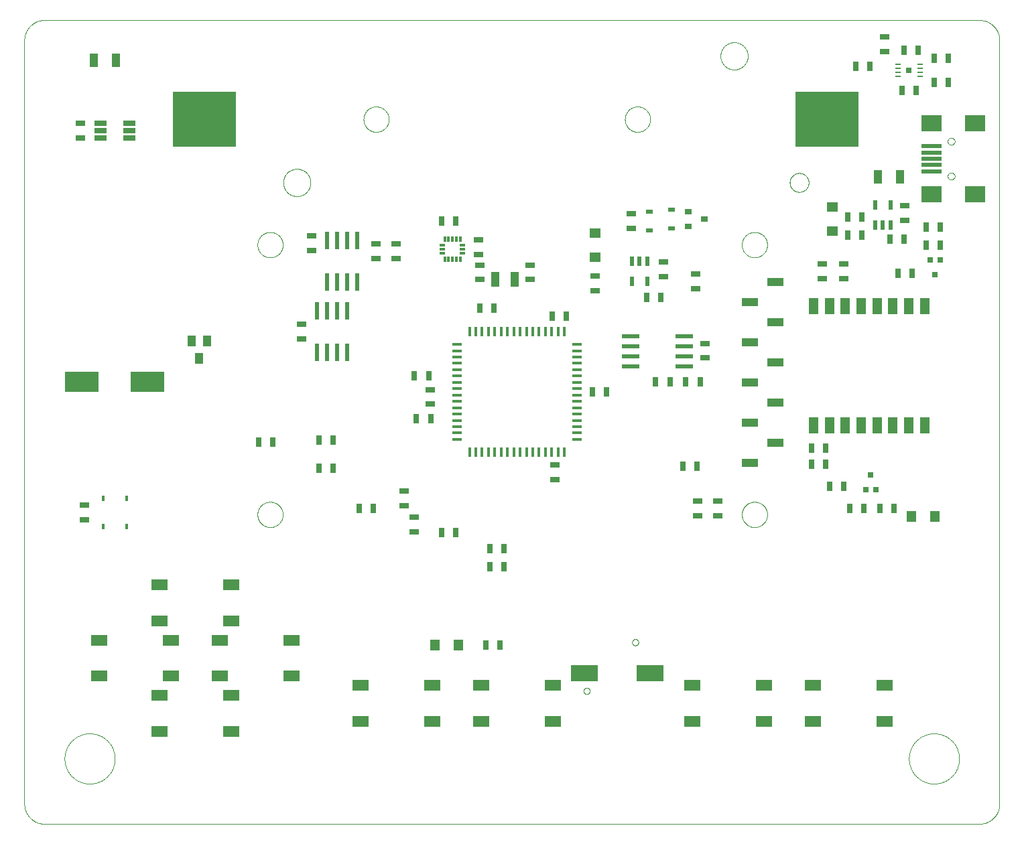
<source format=gtp>
G75*
%MOIN*%
%OFA0B0*%
%FSLAX25Y25*%
%IPPOS*%
%LPD*%
%AMOC8*
5,1,8,0,0,1.08239X$1,22.5*
%
%ADD10C,0.00000*%
%ADD11R,0.04724X0.03150*%
%ADD12R,0.05000X0.01575*%
%ADD13R,0.01575X0.05000*%
%ADD14R,0.03150X0.04724*%
%ADD15R,0.02756X0.02756*%
%ADD16R,0.08700X0.02400*%
%ADD17R,0.03150X0.01181*%
%ADD18R,0.01181X0.03150*%
%ADD19R,0.08268X0.05512*%
%ADD20R,0.02400X0.08700*%
%ADD21R,0.02165X0.04724*%
%ADD22R,0.03268X0.02480*%
%ADD23R,0.05512X0.04724*%
%ADD24R,0.03543X0.03150*%
%ADD25R,0.09843X0.01969*%
%ADD26R,0.09843X0.07874*%
%ADD27R,0.31800X0.27500*%
%ADD28R,0.01378X0.03150*%
%ADD29R,0.04724X0.05512*%
%ADD30R,0.07874X0.03937*%
%ADD31R,0.13780X0.07874*%
%ADD32R,0.03937X0.07087*%
%ADD33R,0.06299X0.02756*%
%ADD34R,0.04331X0.07480*%
%ADD35R,0.02600X0.02600*%
%ADD36R,0.02970X0.01040*%
%ADD37R,0.02970X0.01040*%
%ADD38R,0.16929X0.09843*%
%ADD39R,0.03937X0.05512*%
%ADD40R,0.04724X0.07874*%
D10*
X0066595Y0088933D02*
X0531595Y0088933D01*
X0531837Y0088936D01*
X0532078Y0088945D01*
X0532319Y0088959D01*
X0532560Y0088980D01*
X0532800Y0089006D01*
X0533040Y0089038D01*
X0533279Y0089076D01*
X0533516Y0089119D01*
X0533753Y0089169D01*
X0533988Y0089224D01*
X0534222Y0089284D01*
X0534454Y0089351D01*
X0534685Y0089422D01*
X0534914Y0089500D01*
X0535141Y0089583D01*
X0535366Y0089671D01*
X0535589Y0089765D01*
X0535809Y0089864D01*
X0536027Y0089969D01*
X0536242Y0090078D01*
X0536455Y0090193D01*
X0536665Y0090313D01*
X0536871Y0090438D01*
X0537075Y0090568D01*
X0537276Y0090703D01*
X0537473Y0090843D01*
X0537667Y0090987D01*
X0537857Y0091136D01*
X0538043Y0091290D01*
X0538226Y0091448D01*
X0538405Y0091610D01*
X0538580Y0091777D01*
X0538751Y0091948D01*
X0538918Y0092123D01*
X0539080Y0092302D01*
X0539238Y0092485D01*
X0539392Y0092671D01*
X0539541Y0092861D01*
X0539685Y0093055D01*
X0539825Y0093252D01*
X0539960Y0093453D01*
X0540090Y0093657D01*
X0540215Y0093863D01*
X0540335Y0094073D01*
X0540450Y0094286D01*
X0540559Y0094501D01*
X0540664Y0094719D01*
X0540763Y0094939D01*
X0540857Y0095162D01*
X0540945Y0095387D01*
X0541028Y0095614D01*
X0541106Y0095843D01*
X0541177Y0096074D01*
X0541244Y0096306D01*
X0541304Y0096540D01*
X0541359Y0096775D01*
X0541409Y0097012D01*
X0541452Y0097249D01*
X0541490Y0097488D01*
X0541522Y0097728D01*
X0541548Y0097968D01*
X0541569Y0098209D01*
X0541583Y0098450D01*
X0541592Y0098691D01*
X0541595Y0098933D01*
X0541595Y0478933D01*
X0541592Y0479175D01*
X0541583Y0479416D01*
X0541569Y0479657D01*
X0541548Y0479898D01*
X0541522Y0480138D01*
X0541490Y0480378D01*
X0541452Y0480617D01*
X0541409Y0480854D01*
X0541359Y0481091D01*
X0541304Y0481326D01*
X0541244Y0481560D01*
X0541177Y0481792D01*
X0541106Y0482023D01*
X0541028Y0482252D01*
X0540945Y0482479D01*
X0540857Y0482704D01*
X0540763Y0482927D01*
X0540664Y0483147D01*
X0540559Y0483365D01*
X0540450Y0483580D01*
X0540335Y0483793D01*
X0540215Y0484003D01*
X0540090Y0484209D01*
X0539960Y0484413D01*
X0539825Y0484614D01*
X0539685Y0484811D01*
X0539541Y0485005D01*
X0539392Y0485195D01*
X0539238Y0485381D01*
X0539080Y0485564D01*
X0538918Y0485743D01*
X0538751Y0485918D01*
X0538580Y0486089D01*
X0538405Y0486256D01*
X0538226Y0486418D01*
X0538043Y0486576D01*
X0537857Y0486730D01*
X0537667Y0486879D01*
X0537473Y0487023D01*
X0537276Y0487163D01*
X0537075Y0487298D01*
X0536871Y0487428D01*
X0536665Y0487553D01*
X0536455Y0487673D01*
X0536242Y0487788D01*
X0536027Y0487897D01*
X0535809Y0488002D01*
X0535589Y0488101D01*
X0535366Y0488195D01*
X0535141Y0488283D01*
X0534914Y0488366D01*
X0534685Y0488444D01*
X0534454Y0488515D01*
X0534222Y0488582D01*
X0533988Y0488642D01*
X0533753Y0488697D01*
X0533516Y0488747D01*
X0533279Y0488790D01*
X0533040Y0488828D01*
X0532800Y0488860D01*
X0532560Y0488886D01*
X0532319Y0488907D01*
X0532078Y0488921D01*
X0531837Y0488930D01*
X0531595Y0488933D01*
X0066595Y0488933D01*
X0066353Y0488930D01*
X0066112Y0488921D01*
X0065871Y0488907D01*
X0065630Y0488886D01*
X0065390Y0488860D01*
X0065150Y0488828D01*
X0064911Y0488790D01*
X0064674Y0488747D01*
X0064437Y0488697D01*
X0064202Y0488642D01*
X0063968Y0488582D01*
X0063736Y0488515D01*
X0063505Y0488444D01*
X0063276Y0488366D01*
X0063049Y0488283D01*
X0062824Y0488195D01*
X0062601Y0488101D01*
X0062381Y0488002D01*
X0062163Y0487897D01*
X0061948Y0487788D01*
X0061735Y0487673D01*
X0061525Y0487553D01*
X0061319Y0487428D01*
X0061115Y0487298D01*
X0060914Y0487163D01*
X0060717Y0487023D01*
X0060523Y0486879D01*
X0060333Y0486730D01*
X0060147Y0486576D01*
X0059964Y0486418D01*
X0059785Y0486256D01*
X0059610Y0486089D01*
X0059439Y0485918D01*
X0059272Y0485743D01*
X0059110Y0485564D01*
X0058952Y0485381D01*
X0058798Y0485195D01*
X0058649Y0485005D01*
X0058505Y0484811D01*
X0058365Y0484614D01*
X0058230Y0484413D01*
X0058100Y0484209D01*
X0057975Y0484003D01*
X0057855Y0483793D01*
X0057740Y0483580D01*
X0057631Y0483365D01*
X0057526Y0483147D01*
X0057427Y0482927D01*
X0057333Y0482704D01*
X0057245Y0482479D01*
X0057162Y0482252D01*
X0057084Y0482023D01*
X0057013Y0481792D01*
X0056946Y0481560D01*
X0056886Y0481326D01*
X0056831Y0481091D01*
X0056781Y0480854D01*
X0056738Y0480617D01*
X0056700Y0480378D01*
X0056668Y0480138D01*
X0056642Y0479898D01*
X0056621Y0479657D01*
X0056607Y0479416D01*
X0056598Y0479175D01*
X0056595Y0478933D01*
X0056595Y0098933D01*
X0056598Y0098691D01*
X0056607Y0098450D01*
X0056621Y0098209D01*
X0056642Y0097968D01*
X0056668Y0097728D01*
X0056700Y0097488D01*
X0056738Y0097249D01*
X0056781Y0097012D01*
X0056831Y0096775D01*
X0056886Y0096540D01*
X0056946Y0096306D01*
X0057013Y0096074D01*
X0057084Y0095843D01*
X0057162Y0095614D01*
X0057245Y0095387D01*
X0057333Y0095162D01*
X0057427Y0094939D01*
X0057526Y0094719D01*
X0057631Y0094501D01*
X0057740Y0094286D01*
X0057855Y0094073D01*
X0057975Y0093863D01*
X0058100Y0093657D01*
X0058230Y0093453D01*
X0058365Y0093252D01*
X0058505Y0093055D01*
X0058649Y0092861D01*
X0058798Y0092671D01*
X0058952Y0092485D01*
X0059110Y0092302D01*
X0059272Y0092123D01*
X0059439Y0091948D01*
X0059610Y0091777D01*
X0059785Y0091610D01*
X0059964Y0091448D01*
X0060147Y0091290D01*
X0060333Y0091136D01*
X0060523Y0090987D01*
X0060717Y0090843D01*
X0060914Y0090703D01*
X0061115Y0090568D01*
X0061319Y0090438D01*
X0061525Y0090313D01*
X0061735Y0090193D01*
X0061948Y0090078D01*
X0062163Y0089969D01*
X0062381Y0089864D01*
X0062601Y0089765D01*
X0062824Y0089671D01*
X0063049Y0089583D01*
X0063276Y0089500D01*
X0063505Y0089422D01*
X0063736Y0089351D01*
X0063968Y0089284D01*
X0064202Y0089224D01*
X0064437Y0089169D01*
X0064674Y0089119D01*
X0064911Y0089076D01*
X0065150Y0089038D01*
X0065390Y0089006D01*
X0065630Y0088980D01*
X0065871Y0088959D01*
X0066112Y0088945D01*
X0066353Y0088936D01*
X0066595Y0088933D01*
X0076595Y0121433D02*
X0076599Y0121740D01*
X0076610Y0122046D01*
X0076629Y0122353D01*
X0076655Y0122658D01*
X0076689Y0122963D01*
X0076730Y0123267D01*
X0076779Y0123570D01*
X0076835Y0123872D01*
X0076899Y0124172D01*
X0076970Y0124470D01*
X0077048Y0124767D01*
X0077133Y0125062D01*
X0077226Y0125354D01*
X0077326Y0125644D01*
X0077433Y0125932D01*
X0077547Y0126217D01*
X0077667Y0126499D01*
X0077795Y0126777D01*
X0077930Y0127053D01*
X0078071Y0127325D01*
X0078219Y0127594D01*
X0078373Y0127859D01*
X0078534Y0128120D01*
X0078702Y0128378D01*
X0078875Y0128631D01*
X0079055Y0128879D01*
X0079241Y0129123D01*
X0079432Y0129363D01*
X0079630Y0129598D01*
X0079833Y0129827D01*
X0080042Y0130052D01*
X0080256Y0130272D01*
X0080476Y0130486D01*
X0080701Y0130695D01*
X0080930Y0130898D01*
X0081165Y0131096D01*
X0081405Y0131287D01*
X0081649Y0131473D01*
X0081897Y0131653D01*
X0082150Y0131826D01*
X0082408Y0131994D01*
X0082669Y0132155D01*
X0082934Y0132309D01*
X0083203Y0132457D01*
X0083475Y0132598D01*
X0083751Y0132733D01*
X0084029Y0132861D01*
X0084311Y0132981D01*
X0084596Y0133095D01*
X0084884Y0133202D01*
X0085174Y0133302D01*
X0085466Y0133395D01*
X0085761Y0133480D01*
X0086058Y0133558D01*
X0086356Y0133629D01*
X0086656Y0133693D01*
X0086958Y0133749D01*
X0087261Y0133798D01*
X0087565Y0133839D01*
X0087870Y0133873D01*
X0088175Y0133899D01*
X0088482Y0133918D01*
X0088788Y0133929D01*
X0089095Y0133933D01*
X0089402Y0133929D01*
X0089708Y0133918D01*
X0090015Y0133899D01*
X0090320Y0133873D01*
X0090625Y0133839D01*
X0090929Y0133798D01*
X0091232Y0133749D01*
X0091534Y0133693D01*
X0091834Y0133629D01*
X0092132Y0133558D01*
X0092429Y0133480D01*
X0092724Y0133395D01*
X0093016Y0133302D01*
X0093306Y0133202D01*
X0093594Y0133095D01*
X0093879Y0132981D01*
X0094161Y0132861D01*
X0094439Y0132733D01*
X0094715Y0132598D01*
X0094987Y0132457D01*
X0095256Y0132309D01*
X0095521Y0132155D01*
X0095782Y0131994D01*
X0096040Y0131826D01*
X0096293Y0131653D01*
X0096541Y0131473D01*
X0096785Y0131287D01*
X0097025Y0131096D01*
X0097260Y0130898D01*
X0097489Y0130695D01*
X0097714Y0130486D01*
X0097934Y0130272D01*
X0098148Y0130052D01*
X0098357Y0129827D01*
X0098560Y0129598D01*
X0098758Y0129363D01*
X0098949Y0129123D01*
X0099135Y0128879D01*
X0099315Y0128631D01*
X0099488Y0128378D01*
X0099656Y0128120D01*
X0099817Y0127859D01*
X0099971Y0127594D01*
X0100119Y0127325D01*
X0100260Y0127053D01*
X0100395Y0126777D01*
X0100523Y0126499D01*
X0100643Y0126217D01*
X0100757Y0125932D01*
X0100864Y0125644D01*
X0100964Y0125354D01*
X0101057Y0125062D01*
X0101142Y0124767D01*
X0101220Y0124470D01*
X0101291Y0124172D01*
X0101355Y0123872D01*
X0101411Y0123570D01*
X0101460Y0123267D01*
X0101501Y0122963D01*
X0101535Y0122658D01*
X0101561Y0122353D01*
X0101580Y0122046D01*
X0101591Y0121740D01*
X0101595Y0121433D01*
X0101591Y0121126D01*
X0101580Y0120820D01*
X0101561Y0120513D01*
X0101535Y0120208D01*
X0101501Y0119903D01*
X0101460Y0119599D01*
X0101411Y0119296D01*
X0101355Y0118994D01*
X0101291Y0118694D01*
X0101220Y0118396D01*
X0101142Y0118099D01*
X0101057Y0117804D01*
X0100964Y0117512D01*
X0100864Y0117222D01*
X0100757Y0116934D01*
X0100643Y0116649D01*
X0100523Y0116367D01*
X0100395Y0116089D01*
X0100260Y0115813D01*
X0100119Y0115541D01*
X0099971Y0115272D01*
X0099817Y0115007D01*
X0099656Y0114746D01*
X0099488Y0114488D01*
X0099315Y0114235D01*
X0099135Y0113987D01*
X0098949Y0113743D01*
X0098758Y0113503D01*
X0098560Y0113268D01*
X0098357Y0113039D01*
X0098148Y0112814D01*
X0097934Y0112594D01*
X0097714Y0112380D01*
X0097489Y0112171D01*
X0097260Y0111968D01*
X0097025Y0111770D01*
X0096785Y0111579D01*
X0096541Y0111393D01*
X0096293Y0111213D01*
X0096040Y0111040D01*
X0095782Y0110872D01*
X0095521Y0110711D01*
X0095256Y0110557D01*
X0094987Y0110409D01*
X0094715Y0110268D01*
X0094439Y0110133D01*
X0094161Y0110005D01*
X0093879Y0109885D01*
X0093594Y0109771D01*
X0093306Y0109664D01*
X0093016Y0109564D01*
X0092724Y0109471D01*
X0092429Y0109386D01*
X0092132Y0109308D01*
X0091834Y0109237D01*
X0091534Y0109173D01*
X0091232Y0109117D01*
X0090929Y0109068D01*
X0090625Y0109027D01*
X0090320Y0108993D01*
X0090015Y0108967D01*
X0089708Y0108948D01*
X0089402Y0108937D01*
X0089095Y0108933D01*
X0088788Y0108937D01*
X0088482Y0108948D01*
X0088175Y0108967D01*
X0087870Y0108993D01*
X0087565Y0109027D01*
X0087261Y0109068D01*
X0086958Y0109117D01*
X0086656Y0109173D01*
X0086356Y0109237D01*
X0086058Y0109308D01*
X0085761Y0109386D01*
X0085466Y0109471D01*
X0085174Y0109564D01*
X0084884Y0109664D01*
X0084596Y0109771D01*
X0084311Y0109885D01*
X0084029Y0110005D01*
X0083751Y0110133D01*
X0083475Y0110268D01*
X0083203Y0110409D01*
X0082934Y0110557D01*
X0082669Y0110711D01*
X0082408Y0110872D01*
X0082150Y0111040D01*
X0081897Y0111213D01*
X0081649Y0111393D01*
X0081405Y0111579D01*
X0081165Y0111770D01*
X0080930Y0111968D01*
X0080701Y0112171D01*
X0080476Y0112380D01*
X0080256Y0112594D01*
X0080042Y0112814D01*
X0079833Y0113039D01*
X0079630Y0113268D01*
X0079432Y0113503D01*
X0079241Y0113743D01*
X0079055Y0113987D01*
X0078875Y0114235D01*
X0078702Y0114488D01*
X0078534Y0114746D01*
X0078373Y0115007D01*
X0078219Y0115272D01*
X0078071Y0115541D01*
X0077930Y0115813D01*
X0077795Y0116089D01*
X0077667Y0116367D01*
X0077547Y0116649D01*
X0077433Y0116934D01*
X0077326Y0117222D01*
X0077226Y0117512D01*
X0077133Y0117804D01*
X0077048Y0118099D01*
X0076970Y0118396D01*
X0076899Y0118694D01*
X0076835Y0118994D01*
X0076779Y0119296D01*
X0076730Y0119599D01*
X0076689Y0119903D01*
X0076655Y0120208D01*
X0076629Y0120513D01*
X0076610Y0120820D01*
X0076599Y0121126D01*
X0076595Y0121433D01*
X0172540Y0242870D02*
X0172542Y0243028D01*
X0172548Y0243186D01*
X0172558Y0243344D01*
X0172572Y0243502D01*
X0172590Y0243659D01*
X0172611Y0243816D01*
X0172637Y0243972D01*
X0172667Y0244128D01*
X0172700Y0244283D01*
X0172738Y0244436D01*
X0172779Y0244589D01*
X0172824Y0244741D01*
X0172873Y0244892D01*
X0172926Y0245041D01*
X0172982Y0245189D01*
X0173042Y0245335D01*
X0173106Y0245480D01*
X0173174Y0245623D01*
X0173245Y0245765D01*
X0173319Y0245905D01*
X0173397Y0246042D01*
X0173479Y0246178D01*
X0173563Y0246312D01*
X0173652Y0246443D01*
X0173743Y0246572D01*
X0173838Y0246699D01*
X0173935Y0246824D01*
X0174036Y0246946D01*
X0174140Y0247065D01*
X0174247Y0247182D01*
X0174357Y0247296D01*
X0174470Y0247407D01*
X0174585Y0247516D01*
X0174703Y0247621D01*
X0174824Y0247723D01*
X0174947Y0247823D01*
X0175073Y0247919D01*
X0175201Y0248012D01*
X0175331Y0248102D01*
X0175464Y0248188D01*
X0175599Y0248272D01*
X0175735Y0248351D01*
X0175874Y0248428D01*
X0176015Y0248500D01*
X0176157Y0248570D01*
X0176301Y0248635D01*
X0176447Y0248697D01*
X0176594Y0248755D01*
X0176743Y0248810D01*
X0176893Y0248861D01*
X0177044Y0248908D01*
X0177196Y0248951D01*
X0177349Y0248990D01*
X0177504Y0249026D01*
X0177659Y0249057D01*
X0177815Y0249085D01*
X0177971Y0249109D01*
X0178128Y0249129D01*
X0178286Y0249145D01*
X0178443Y0249157D01*
X0178602Y0249165D01*
X0178760Y0249169D01*
X0178918Y0249169D01*
X0179076Y0249165D01*
X0179235Y0249157D01*
X0179392Y0249145D01*
X0179550Y0249129D01*
X0179707Y0249109D01*
X0179863Y0249085D01*
X0180019Y0249057D01*
X0180174Y0249026D01*
X0180329Y0248990D01*
X0180482Y0248951D01*
X0180634Y0248908D01*
X0180785Y0248861D01*
X0180935Y0248810D01*
X0181084Y0248755D01*
X0181231Y0248697D01*
X0181377Y0248635D01*
X0181521Y0248570D01*
X0181663Y0248500D01*
X0181804Y0248428D01*
X0181943Y0248351D01*
X0182079Y0248272D01*
X0182214Y0248188D01*
X0182347Y0248102D01*
X0182477Y0248012D01*
X0182605Y0247919D01*
X0182731Y0247823D01*
X0182854Y0247723D01*
X0182975Y0247621D01*
X0183093Y0247516D01*
X0183208Y0247407D01*
X0183321Y0247296D01*
X0183431Y0247182D01*
X0183538Y0247065D01*
X0183642Y0246946D01*
X0183743Y0246824D01*
X0183840Y0246699D01*
X0183935Y0246572D01*
X0184026Y0246443D01*
X0184115Y0246312D01*
X0184199Y0246178D01*
X0184281Y0246042D01*
X0184359Y0245905D01*
X0184433Y0245765D01*
X0184504Y0245623D01*
X0184572Y0245480D01*
X0184636Y0245335D01*
X0184696Y0245189D01*
X0184752Y0245041D01*
X0184805Y0244892D01*
X0184854Y0244741D01*
X0184899Y0244589D01*
X0184940Y0244436D01*
X0184978Y0244283D01*
X0185011Y0244128D01*
X0185041Y0243972D01*
X0185067Y0243816D01*
X0185088Y0243659D01*
X0185106Y0243502D01*
X0185120Y0243344D01*
X0185130Y0243186D01*
X0185136Y0243028D01*
X0185138Y0242870D01*
X0185136Y0242712D01*
X0185130Y0242554D01*
X0185120Y0242396D01*
X0185106Y0242238D01*
X0185088Y0242081D01*
X0185067Y0241924D01*
X0185041Y0241768D01*
X0185011Y0241612D01*
X0184978Y0241457D01*
X0184940Y0241304D01*
X0184899Y0241151D01*
X0184854Y0240999D01*
X0184805Y0240848D01*
X0184752Y0240699D01*
X0184696Y0240551D01*
X0184636Y0240405D01*
X0184572Y0240260D01*
X0184504Y0240117D01*
X0184433Y0239975D01*
X0184359Y0239835D01*
X0184281Y0239698D01*
X0184199Y0239562D01*
X0184115Y0239428D01*
X0184026Y0239297D01*
X0183935Y0239168D01*
X0183840Y0239041D01*
X0183743Y0238916D01*
X0183642Y0238794D01*
X0183538Y0238675D01*
X0183431Y0238558D01*
X0183321Y0238444D01*
X0183208Y0238333D01*
X0183093Y0238224D01*
X0182975Y0238119D01*
X0182854Y0238017D01*
X0182731Y0237917D01*
X0182605Y0237821D01*
X0182477Y0237728D01*
X0182347Y0237638D01*
X0182214Y0237552D01*
X0182079Y0237468D01*
X0181943Y0237389D01*
X0181804Y0237312D01*
X0181663Y0237240D01*
X0181521Y0237170D01*
X0181377Y0237105D01*
X0181231Y0237043D01*
X0181084Y0236985D01*
X0180935Y0236930D01*
X0180785Y0236879D01*
X0180634Y0236832D01*
X0180482Y0236789D01*
X0180329Y0236750D01*
X0180174Y0236714D01*
X0180019Y0236683D01*
X0179863Y0236655D01*
X0179707Y0236631D01*
X0179550Y0236611D01*
X0179392Y0236595D01*
X0179235Y0236583D01*
X0179076Y0236575D01*
X0178918Y0236571D01*
X0178760Y0236571D01*
X0178602Y0236575D01*
X0178443Y0236583D01*
X0178286Y0236595D01*
X0178128Y0236611D01*
X0177971Y0236631D01*
X0177815Y0236655D01*
X0177659Y0236683D01*
X0177504Y0236714D01*
X0177349Y0236750D01*
X0177196Y0236789D01*
X0177044Y0236832D01*
X0176893Y0236879D01*
X0176743Y0236930D01*
X0176594Y0236985D01*
X0176447Y0237043D01*
X0176301Y0237105D01*
X0176157Y0237170D01*
X0176015Y0237240D01*
X0175874Y0237312D01*
X0175735Y0237389D01*
X0175599Y0237468D01*
X0175464Y0237552D01*
X0175331Y0237638D01*
X0175201Y0237728D01*
X0175073Y0237821D01*
X0174947Y0237917D01*
X0174824Y0238017D01*
X0174703Y0238119D01*
X0174585Y0238224D01*
X0174470Y0238333D01*
X0174357Y0238444D01*
X0174247Y0238558D01*
X0174140Y0238675D01*
X0174036Y0238794D01*
X0173935Y0238916D01*
X0173838Y0239041D01*
X0173743Y0239168D01*
X0173652Y0239297D01*
X0173563Y0239428D01*
X0173479Y0239562D01*
X0173397Y0239698D01*
X0173319Y0239835D01*
X0173245Y0239975D01*
X0173174Y0240117D01*
X0173106Y0240260D01*
X0173042Y0240405D01*
X0172982Y0240551D01*
X0172926Y0240699D01*
X0172873Y0240848D01*
X0172824Y0240999D01*
X0172779Y0241151D01*
X0172738Y0241304D01*
X0172700Y0241457D01*
X0172667Y0241612D01*
X0172637Y0241768D01*
X0172611Y0241924D01*
X0172590Y0242081D01*
X0172572Y0242238D01*
X0172558Y0242396D01*
X0172548Y0242554D01*
X0172542Y0242712D01*
X0172540Y0242870D01*
X0172540Y0377122D02*
X0172542Y0377280D01*
X0172548Y0377438D01*
X0172558Y0377596D01*
X0172572Y0377754D01*
X0172590Y0377911D01*
X0172611Y0378068D01*
X0172637Y0378224D01*
X0172667Y0378380D01*
X0172700Y0378535D01*
X0172738Y0378688D01*
X0172779Y0378841D01*
X0172824Y0378993D01*
X0172873Y0379144D01*
X0172926Y0379293D01*
X0172982Y0379441D01*
X0173042Y0379587D01*
X0173106Y0379732D01*
X0173174Y0379875D01*
X0173245Y0380017D01*
X0173319Y0380157D01*
X0173397Y0380294D01*
X0173479Y0380430D01*
X0173563Y0380564D01*
X0173652Y0380695D01*
X0173743Y0380824D01*
X0173838Y0380951D01*
X0173935Y0381076D01*
X0174036Y0381198D01*
X0174140Y0381317D01*
X0174247Y0381434D01*
X0174357Y0381548D01*
X0174470Y0381659D01*
X0174585Y0381768D01*
X0174703Y0381873D01*
X0174824Y0381975D01*
X0174947Y0382075D01*
X0175073Y0382171D01*
X0175201Y0382264D01*
X0175331Y0382354D01*
X0175464Y0382440D01*
X0175599Y0382524D01*
X0175735Y0382603D01*
X0175874Y0382680D01*
X0176015Y0382752D01*
X0176157Y0382822D01*
X0176301Y0382887D01*
X0176447Y0382949D01*
X0176594Y0383007D01*
X0176743Y0383062D01*
X0176893Y0383113D01*
X0177044Y0383160D01*
X0177196Y0383203D01*
X0177349Y0383242D01*
X0177504Y0383278D01*
X0177659Y0383309D01*
X0177815Y0383337D01*
X0177971Y0383361D01*
X0178128Y0383381D01*
X0178286Y0383397D01*
X0178443Y0383409D01*
X0178602Y0383417D01*
X0178760Y0383421D01*
X0178918Y0383421D01*
X0179076Y0383417D01*
X0179235Y0383409D01*
X0179392Y0383397D01*
X0179550Y0383381D01*
X0179707Y0383361D01*
X0179863Y0383337D01*
X0180019Y0383309D01*
X0180174Y0383278D01*
X0180329Y0383242D01*
X0180482Y0383203D01*
X0180634Y0383160D01*
X0180785Y0383113D01*
X0180935Y0383062D01*
X0181084Y0383007D01*
X0181231Y0382949D01*
X0181377Y0382887D01*
X0181521Y0382822D01*
X0181663Y0382752D01*
X0181804Y0382680D01*
X0181943Y0382603D01*
X0182079Y0382524D01*
X0182214Y0382440D01*
X0182347Y0382354D01*
X0182477Y0382264D01*
X0182605Y0382171D01*
X0182731Y0382075D01*
X0182854Y0381975D01*
X0182975Y0381873D01*
X0183093Y0381768D01*
X0183208Y0381659D01*
X0183321Y0381548D01*
X0183431Y0381434D01*
X0183538Y0381317D01*
X0183642Y0381198D01*
X0183743Y0381076D01*
X0183840Y0380951D01*
X0183935Y0380824D01*
X0184026Y0380695D01*
X0184115Y0380564D01*
X0184199Y0380430D01*
X0184281Y0380294D01*
X0184359Y0380157D01*
X0184433Y0380017D01*
X0184504Y0379875D01*
X0184572Y0379732D01*
X0184636Y0379587D01*
X0184696Y0379441D01*
X0184752Y0379293D01*
X0184805Y0379144D01*
X0184854Y0378993D01*
X0184899Y0378841D01*
X0184940Y0378688D01*
X0184978Y0378535D01*
X0185011Y0378380D01*
X0185041Y0378224D01*
X0185067Y0378068D01*
X0185088Y0377911D01*
X0185106Y0377754D01*
X0185120Y0377596D01*
X0185130Y0377438D01*
X0185136Y0377280D01*
X0185138Y0377122D01*
X0185136Y0376964D01*
X0185130Y0376806D01*
X0185120Y0376648D01*
X0185106Y0376490D01*
X0185088Y0376333D01*
X0185067Y0376176D01*
X0185041Y0376020D01*
X0185011Y0375864D01*
X0184978Y0375709D01*
X0184940Y0375556D01*
X0184899Y0375403D01*
X0184854Y0375251D01*
X0184805Y0375100D01*
X0184752Y0374951D01*
X0184696Y0374803D01*
X0184636Y0374657D01*
X0184572Y0374512D01*
X0184504Y0374369D01*
X0184433Y0374227D01*
X0184359Y0374087D01*
X0184281Y0373950D01*
X0184199Y0373814D01*
X0184115Y0373680D01*
X0184026Y0373549D01*
X0183935Y0373420D01*
X0183840Y0373293D01*
X0183743Y0373168D01*
X0183642Y0373046D01*
X0183538Y0372927D01*
X0183431Y0372810D01*
X0183321Y0372696D01*
X0183208Y0372585D01*
X0183093Y0372476D01*
X0182975Y0372371D01*
X0182854Y0372269D01*
X0182731Y0372169D01*
X0182605Y0372073D01*
X0182477Y0371980D01*
X0182347Y0371890D01*
X0182214Y0371804D01*
X0182079Y0371720D01*
X0181943Y0371641D01*
X0181804Y0371564D01*
X0181663Y0371492D01*
X0181521Y0371422D01*
X0181377Y0371357D01*
X0181231Y0371295D01*
X0181084Y0371237D01*
X0180935Y0371182D01*
X0180785Y0371131D01*
X0180634Y0371084D01*
X0180482Y0371041D01*
X0180329Y0371002D01*
X0180174Y0370966D01*
X0180019Y0370935D01*
X0179863Y0370907D01*
X0179707Y0370883D01*
X0179550Y0370863D01*
X0179392Y0370847D01*
X0179235Y0370835D01*
X0179076Y0370827D01*
X0178918Y0370823D01*
X0178760Y0370823D01*
X0178602Y0370827D01*
X0178443Y0370835D01*
X0178286Y0370847D01*
X0178128Y0370863D01*
X0177971Y0370883D01*
X0177815Y0370907D01*
X0177659Y0370935D01*
X0177504Y0370966D01*
X0177349Y0371002D01*
X0177196Y0371041D01*
X0177044Y0371084D01*
X0176893Y0371131D01*
X0176743Y0371182D01*
X0176594Y0371237D01*
X0176447Y0371295D01*
X0176301Y0371357D01*
X0176157Y0371422D01*
X0176015Y0371492D01*
X0175874Y0371564D01*
X0175735Y0371641D01*
X0175599Y0371720D01*
X0175464Y0371804D01*
X0175331Y0371890D01*
X0175201Y0371980D01*
X0175073Y0372073D01*
X0174947Y0372169D01*
X0174824Y0372269D01*
X0174703Y0372371D01*
X0174585Y0372476D01*
X0174470Y0372585D01*
X0174357Y0372696D01*
X0174247Y0372810D01*
X0174140Y0372927D01*
X0174036Y0373046D01*
X0173935Y0373168D01*
X0173838Y0373293D01*
X0173743Y0373420D01*
X0173652Y0373549D01*
X0173563Y0373680D01*
X0173479Y0373814D01*
X0173397Y0373950D01*
X0173319Y0374087D01*
X0173245Y0374227D01*
X0173174Y0374369D01*
X0173106Y0374512D01*
X0173042Y0374657D01*
X0172982Y0374803D01*
X0172926Y0374951D01*
X0172873Y0375100D01*
X0172824Y0375251D01*
X0172779Y0375403D01*
X0172738Y0375556D01*
X0172700Y0375709D01*
X0172667Y0375864D01*
X0172637Y0376020D01*
X0172611Y0376176D01*
X0172590Y0376333D01*
X0172572Y0376490D01*
X0172558Y0376648D01*
X0172548Y0376806D01*
X0172542Y0376964D01*
X0172540Y0377122D01*
X0185345Y0408083D02*
X0185347Y0408250D01*
X0185353Y0408417D01*
X0185363Y0408583D01*
X0185378Y0408750D01*
X0185396Y0408915D01*
X0185419Y0409081D01*
X0185445Y0409246D01*
X0185476Y0409410D01*
X0185510Y0409573D01*
X0185549Y0409735D01*
X0185591Y0409897D01*
X0185638Y0410057D01*
X0185688Y0410216D01*
X0185743Y0410374D01*
X0185801Y0410530D01*
X0185863Y0410685D01*
X0185928Y0410839D01*
X0185998Y0410990D01*
X0186071Y0411140D01*
X0186148Y0411288D01*
X0186228Y0411435D01*
X0186312Y0411579D01*
X0186400Y0411721D01*
X0186491Y0411861D01*
X0186585Y0411998D01*
X0186683Y0412134D01*
X0186784Y0412267D01*
X0186889Y0412397D01*
X0186996Y0412525D01*
X0187107Y0412650D01*
X0187220Y0412772D01*
X0187337Y0412891D01*
X0187456Y0413008D01*
X0187578Y0413121D01*
X0187703Y0413232D01*
X0187831Y0413339D01*
X0187961Y0413444D01*
X0188094Y0413545D01*
X0188230Y0413643D01*
X0188367Y0413737D01*
X0188507Y0413828D01*
X0188649Y0413916D01*
X0188793Y0414000D01*
X0188940Y0414080D01*
X0189088Y0414157D01*
X0189238Y0414230D01*
X0189389Y0414300D01*
X0189543Y0414365D01*
X0189698Y0414427D01*
X0189854Y0414485D01*
X0190012Y0414540D01*
X0190171Y0414590D01*
X0190331Y0414637D01*
X0190493Y0414679D01*
X0190655Y0414718D01*
X0190818Y0414752D01*
X0190982Y0414783D01*
X0191147Y0414809D01*
X0191313Y0414832D01*
X0191478Y0414850D01*
X0191645Y0414865D01*
X0191811Y0414875D01*
X0191978Y0414881D01*
X0192145Y0414883D01*
X0192312Y0414881D01*
X0192479Y0414875D01*
X0192645Y0414865D01*
X0192812Y0414850D01*
X0192977Y0414832D01*
X0193143Y0414809D01*
X0193308Y0414783D01*
X0193472Y0414752D01*
X0193635Y0414718D01*
X0193797Y0414679D01*
X0193959Y0414637D01*
X0194119Y0414590D01*
X0194278Y0414540D01*
X0194436Y0414485D01*
X0194592Y0414427D01*
X0194747Y0414365D01*
X0194901Y0414300D01*
X0195052Y0414230D01*
X0195202Y0414157D01*
X0195350Y0414080D01*
X0195497Y0414000D01*
X0195641Y0413916D01*
X0195783Y0413828D01*
X0195923Y0413737D01*
X0196060Y0413643D01*
X0196196Y0413545D01*
X0196329Y0413444D01*
X0196459Y0413339D01*
X0196587Y0413232D01*
X0196712Y0413121D01*
X0196834Y0413008D01*
X0196953Y0412891D01*
X0197070Y0412772D01*
X0197183Y0412650D01*
X0197294Y0412525D01*
X0197401Y0412397D01*
X0197506Y0412267D01*
X0197607Y0412134D01*
X0197705Y0411998D01*
X0197799Y0411861D01*
X0197890Y0411721D01*
X0197978Y0411579D01*
X0198062Y0411435D01*
X0198142Y0411288D01*
X0198219Y0411140D01*
X0198292Y0410990D01*
X0198362Y0410839D01*
X0198427Y0410685D01*
X0198489Y0410530D01*
X0198547Y0410374D01*
X0198602Y0410216D01*
X0198652Y0410057D01*
X0198699Y0409897D01*
X0198741Y0409735D01*
X0198780Y0409573D01*
X0198814Y0409410D01*
X0198845Y0409246D01*
X0198871Y0409081D01*
X0198894Y0408915D01*
X0198912Y0408750D01*
X0198927Y0408583D01*
X0198937Y0408417D01*
X0198943Y0408250D01*
X0198945Y0408083D01*
X0198943Y0407916D01*
X0198937Y0407749D01*
X0198927Y0407583D01*
X0198912Y0407416D01*
X0198894Y0407251D01*
X0198871Y0407085D01*
X0198845Y0406920D01*
X0198814Y0406756D01*
X0198780Y0406593D01*
X0198741Y0406431D01*
X0198699Y0406269D01*
X0198652Y0406109D01*
X0198602Y0405950D01*
X0198547Y0405792D01*
X0198489Y0405636D01*
X0198427Y0405481D01*
X0198362Y0405327D01*
X0198292Y0405176D01*
X0198219Y0405026D01*
X0198142Y0404878D01*
X0198062Y0404731D01*
X0197978Y0404587D01*
X0197890Y0404445D01*
X0197799Y0404305D01*
X0197705Y0404168D01*
X0197607Y0404032D01*
X0197506Y0403899D01*
X0197401Y0403769D01*
X0197294Y0403641D01*
X0197183Y0403516D01*
X0197070Y0403394D01*
X0196953Y0403275D01*
X0196834Y0403158D01*
X0196712Y0403045D01*
X0196587Y0402934D01*
X0196459Y0402827D01*
X0196329Y0402722D01*
X0196196Y0402621D01*
X0196060Y0402523D01*
X0195923Y0402429D01*
X0195783Y0402338D01*
X0195641Y0402250D01*
X0195497Y0402166D01*
X0195350Y0402086D01*
X0195202Y0402009D01*
X0195052Y0401936D01*
X0194901Y0401866D01*
X0194747Y0401801D01*
X0194592Y0401739D01*
X0194436Y0401681D01*
X0194278Y0401626D01*
X0194119Y0401576D01*
X0193959Y0401529D01*
X0193797Y0401487D01*
X0193635Y0401448D01*
X0193472Y0401414D01*
X0193308Y0401383D01*
X0193143Y0401357D01*
X0192977Y0401334D01*
X0192812Y0401316D01*
X0192645Y0401301D01*
X0192479Y0401291D01*
X0192312Y0401285D01*
X0192145Y0401283D01*
X0191978Y0401285D01*
X0191811Y0401291D01*
X0191645Y0401301D01*
X0191478Y0401316D01*
X0191313Y0401334D01*
X0191147Y0401357D01*
X0190982Y0401383D01*
X0190818Y0401414D01*
X0190655Y0401448D01*
X0190493Y0401487D01*
X0190331Y0401529D01*
X0190171Y0401576D01*
X0190012Y0401626D01*
X0189854Y0401681D01*
X0189698Y0401739D01*
X0189543Y0401801D01*
X0189389Y0401866D01*
X0189238Y0401936D01*
X0189088Y0402009D01*
X0188940Y0402086D01*
X0188793Y0402166D01*
X0188649Y0402250D01*
X0188507Y0402338D01*
X0188367Y0402429D01*
X0188230Y0402523D01*
X0188094Y0402621D01*
X0187961Y0402722D01*
X0187831Y0402827D01*
X0187703Y0402934D01*
X0187578Y0403045D01*
X0187456Y0403158D01*
X0187337Y0403275D01*
X0187220Y0403394D01*
X0187107Y0403516D01*
X0186996Y0403641D01*
X0186889Y0403769D01*
X0186784Y0403899D01*
X0186683Y0404032D01*
X0186585Y0404168D01*
X0186491Y0404305D01*
X0186400Y0404445D01*
X0186312Y0404587D01*
X0186228Y0404731D01*
X0186148Y0404878D01*
X0186071Y0405026D01*
X0185998Y0405176D01*
X0185928Y0405327D01*
X0185863Y0405481D01*
X0185801Y0405636D01*
X0185743Y0405792D01*
X0185688Y0405950D01*
X0185638Y0406109D01*
X0185591Y0406269D01*
X0185549Y0406431D01*
X0185510Y0406593D01*
X0185476Y0406756D01*
X0185445Y0406920D01*
X0185419Y0407085D01*
X0185396Y0407251D01*
X0185378Y0407416D01*
X0185363Y0407583D01*
X0185353Y0407749D01*
X0185347Y0407916D01*
X0185345Y0408083D01*
X0225296Y0439583D02*
X0225298Y0439741D01*
X0225304Y0439899D01*
X0225314Y0440057D01*
X0225328Y0440215D01*
X0225346Y0440372D01*
X0225367Y0440529D01*
X0225393Y0440685D01*
X0225423Y0440841D01*
X0225456Y0440996D01*
X0225494Y0441149D01*
X0225535Y0441302D01*
X0225580Y0441454D01*
X0225629Y0441605D01*
X0225682Y0441754D01*
X0225738Y0441902D01*
X0225798Y0442048D01*
X0225862Y0442193D01*
X0225930Y0442336D01*
X0226001Y0442478D01*
X0226075Y0442618D01*
X0226153Y0442755D01*
X0226235Y0442891D01*
X0226319Y0443025D01*
X0226408Y0443156D01*
X0226499Y0443285D01*
X0226594Y0443412D01*
X0226691Y0443537D01*
X0226792Y0443659D01*
X0226896Y0443778D01*
X0227003Y0443895D01*
X0227113Y0444009D01*
X0227226Y0444120D01*
X0227341Y0444229D01*
X0227459Y0444334D01*
X0227580Y0444436D01*
X0227703Y0444536D01*
X0227829Y0444632D01*
X0227957Y0444725D01*
X0228087Y0444815D01*
X0228220Y0444901D01*
X0228355Y0444985D01*
X0228491Y0445064D01*
X0228630Y0445141D01*
X0228771Y0445213D01*
X0228913Y0445283D01*
X0229057Y0445348D01*
X0229203Y0445410D01*
X0229350Y0445468D01*
X0229499Y0445523D01*
X0229649Y0445574D01*
X0229800Y0445621D01*
X0229952Y0445664D01*
X0230105Y0445703D01*
X0230260Y0445739D01*
X0230415Y0445770D01*
X0230571Y0445798D01*
X0230727Y0445822D01*
X0230884Y0445842D01*
X0231042Y0445858D01*
X0231199Y0445870D01*
X0231358Y0445878D01*
X0231516Y0445882D01*
X0231674Y0445882D01*
X0231832Y0445878D01*
X0231991Y0445870D01*
X0232148Y0445858D01*
X0232306Y0445842D01*
X0232463Y0445822D01*
X0232619Y0445798D01*
X0232775Y0445770D01*
X0232930Y0445739D01*
X0233085Y0445703D01*
X0233238Y0445664D01*
X0233390Y0445621D01*
X0233541Y0445574D01*
X0233691Y0445523D01*
X0233840Y0445468D01*
X0233987Y0445410D01*
X0234133Y0445348D01*
X0234277Y0445283D01*
X0234419Y0445213D01*
X0234560Y0445141D01*
X0234699Y0445064D01*
X0234835Y0444985D01*
X0234970Y0444901D01*
X0235103Y0444815D01*
X0235233Y0444725D01*
X0235361Y0444632D01*
X0235487Y0444536D01*
X0235610Y0444436D01*
X0235731Y0444334D01*
X0235849Y0444229D01*
X0235964Y0444120D01*
X0236077Y0444009D01*
X0236187Y0443895D01*
X0236294Y0443778D01*
X0236398Y0443659D01*
X0236499Y0443537D01*
X0236596Y0443412D01*
X0236691Y0443285D01*
X0236782Y0443156D01*
X0236871Y0443025D01*
X0236955Y0442891D01*
X0237037Y0442755D01*
X0237115Y0442618D01*
X0237189Y0442478D01*
X0237260Y0442336D01*
X0237328Y0442193D01*
X0237392Y0442048D01*
X0237452Y0441902D01*
X0237508Y0441754D01*
X0237561Y0441605D01*
X0237610Y0441454D01*
X0237655Y0441302D01*
X0237696Y0441149D01*
X0237734Y0440996D01*
X0237767Y0440841D01*
X0237797Y0440685D01*
X0237823Y0440529D01*
X0237844Y0440372D01*
X0237862Y0440215D01*
X0237876Y0440057D01*
X0237886Y0439899D01*
X0237892Y0439741D01*
X0237894Y0439583D01*
X0237892Y0439425D01*
X0237886Y0439267D01*
X0237876Y0439109D01*
X0237862Y0438951D01*
X0237844Y0438794D01*
X0237823Y0438637D01*
X0237797Y0438481D01*
X0237767Y0438325D01*
X0237734Y0438170D01*
X0237696Y0438017D01*
X0237655Y0437864D01*
X0237610Y0437712D01*
X0237561Y0437561D01*
X0237508Y0437412D01*
X0237452Y0437264D01*
X0237392Y0437118D01*
X0237328Y0436973D01*
X0237260Y0436830D01*
X0237189Y0436688D01*
X0237115Y0436548D01*
X0237037Y0436411D01*
X0236955Y0436275D01*
X0236871Y0436141D01*
X0236782Y0436010D01*
X0236691Y0435881D01*
X0236596Y0435754D01*
X0236499Y0435629D01*
X0236398Y0435507D01*
X0236294Y0435388D01*
X0236187Y0435271D01*
X0236077Y0435157D01*
X0235964Y0435046D01*
X0235849Y0434937D01*
X0235731Y0434832D01*
X0235610Y0434730D01*
X0235487Y0434630D01*
X0235361Y0434534D01*
X0235233Y0434441D01*
X0235103Y0434351D01*
X0234970Y0434265D01*
X0234835Y0434181D01*
X0234699Y0434102D01*
X0234560Y0434025D01*
X0234419Y0433953D01*
X0234277Y0433883D01*
X0234133Y0433818D01*
X0233987Y0433756D01*
X0233840Y0433698D01*
X0233691Y0433643D01*
X0233541Y0433592D01*
X0233390Y0433545D01*
X0233238Y0433502D01*
X0233085Y0433463D01*
X0232930Y0433427D01*
X0232775Y0433396D01*
X0232619Y0433368D01*
X0232463Y0433344D01*
X0232306Y0433324D01*
X0232148Y0433308D01*
X0231991Y0433296D01*
X0231832Y0433288D01*
X0231674Y0433284D01*
X0231516Y0433284D01*
X0231358Y0433288D01*
X0231199Y0433296D01*
X0231042Y0433308D01*
X0230884Y0433324D01*
X0230727Y0433344D01*
X0230571Y0433368D01*
X0230415Y0433396D01*
X0230260Y0433427D01*
X0230105Y0433463D01*
X0229952Y0433502D01*
X0229800Y0433545D01*
X0229649Y0433592D01*
X0229499Y0433643D01*
X0229350Y0433698D01*
X0229203Y0433756D01*
X0229057Y0433818D01*
X0228913Y0433883D01*
X0228771Y0433953D01*
X0228630Y0434025D01*
X0228491Y0434102D01*
X0228355Y0434181D01*
X0228220Y0434265D01*
X0228087Y0434351D01*
X0227957Y0434441D01*
X0227829Y0434534D01*
X0227703Y0434630D01*
X0227580Y0434730D01*
X0227459Y0434832D01*
X0227341Y0434937D01*
X0227226Y0435046D01*
X0227113Y0435157D01*
X0227003Y0435271D01*
X0226896Y0435388D01*
X0226792Y0435507D01*
X0226691Y0435629D01*
X0226594Y0435754D01*
X0226499Y0435881D01*
X0226408Y0436010D01*
X0226319Y0436141D01*
X0226235Y0436275D01*
X0226153Y0436411D01*
X0226075Y0436548D01*
X0226001Y0436688D01*
X0225930Y0436830D01*
X0225862Y0436973D01*
X0225798Y0437118D01*
X0225738Y0437264D01*
X0225682Y0437412D01*
X0225629Y0437561D01*
X0225580Y0437712D01*
X0225535Y0437864D01*
X0225494Y0438017D01*
X0225456Y0438170D01*
X0225423Y0438325D01*
X0225393Y0438481D01*
X0225367Y0438637D01*
X0225346Y0438794D01*
X0225328Y0438951D01*
X0225314Y0439109D01*
X0225304Y0439267D01*
X0225298Y0439425D01*
X0225296Y0439583D01*
X0355296Y0439583D02*
X0355298Y0439741D01*
X0355304Y0439899D01*
X0355314Y0440057D01*
X0355328Y0440215D01*
X0355346Y0440372D01*
X0355367Y0440529D01*
X0355393Y0440685D01*
X0355423Y0440841D01*
X0355456Y0440996D01*
X0355494Y0441149D01*
X0355535Y0441302D01*
X0355580Y0441454D01*
X0355629Y0441605D01*
X0355682Y0441754D01*
X0355738Y0441902D01*
X0355798Y0442048D01*
X0355862Y0442193D01*
X0355930Y0442336D01*
X0356001Y0442478D01*
X0356075Y0442618D01*
X0356153Y0442755D01*
X0356235Y0442891D01*
X0356319Y0443025D01*
X0356408Y0443156D01*
X0356499Y0443285D01*
X0356594Y0443412D01*
X0356691Y0443537D01*
X0356792Y0443659D01*
X0356896Y0443778D01*
X0357003Y0443895D01*
X0357113Y0444009D01*
X0357226Y0444120D01*
X0357341Y0444229D01*
X0357459Y0444334D01*
X0357580Y0444436D01*
X0357703Y0444536D01*
X0357829Y0444632D01*
X0357957Y0444725D01*
X0358087Y0444815D01*
X0358220Y0444901D01*
X0358355Y0444985D01*
X0358491Y0445064D01*
X0358630Y0445141D01*
X0358771Y0445213D01*
X0358913Y0445283D01*
X0359057Y0445348D01*
X0359203Y0445410D01*
X0359350Y0445468D01*
X0359499Y0445523D01*
X0359649Y0445574D01*
X0359800Y0445621D01*
X0359952Y0445664D01*
X0360105Y0445703D01*
X0360260Y0445739D01*
X0360415Y0445770D01*
X0360571Y0445798D01*
X0360727Y0445822D01*
X0360884Y0445842D01*
X0361042Y0445858D01*
X0361199Y0445870D01*
X0361358Y0445878D01*
X0361516Y0445882D01*
X0361674Y0445882D01*
X0361832Y0445878D01*
X0361991Y0445870D01*
X0362148Y0445858D01*
X0362306Y0445842D01*
X0362463Y0445822D01*
X0362619Y0445798D01*
X0362775Y0445770D01*
X0362930Y0445739D01*
X0363085Y0445703D01*
X0363238Y0445664D01*
X0363390Y0445621D01*
X0363541Y0445574D01*
X0363691Y0445523D01*
X0363840Y0445468D01*
X0363987Y0445410D01*
X0364133Y0445348D01*
X0364277Y0445283D01*
X0364419Y0445213D01*
X0364560Y0445141D01*
X0364699Y0445064D01*
X0364835Y0444985D01*
X0364970Y0444901D01*
X0365103Y0444815D01*
X0365233Y0444725D01*
X0365361Y0444632D01*
X0365487Y0444536D01*
X0365610Y0444436D01*
X0365731Y0444334D01*
X0365849Y0444229D01*
X0365964Y0444120D01*
X0366077Y0444009D01*
X0366187Y0443895D01*
X0366294Y0443778D01*
X0366398Y0443659D01*
X0366499Y0443537D01*
X0366596Y0443412D01*
X0366691Y0443285D01*
X0366782Y0443156D01*
X0366871Y0443025D01*
X0366955Y0442891D01*
X0367037Y0442755D01*
X0367115Y0442618D01*
X0367189Y0442478D01*
X0367260Y0442336D01*
X0367328Y0442193D01*
X0367392Y0442048D01*
X0367452Y0441902D01*
X0367508Y0441754D01*
X0367561Y0441605D01*
X0367610Y0441454D01*
X0367655Y0441302D01*
X0367696Y0441149D01*
X0367734Y0440996D01*
X0367767Y0440841D01*
X0367797Y0440685D01*
X0367823Y0440529D01*
X0367844Y0440372D01*
X0367862Y0440215D01*
X0367876Y0440057D01*
X0367886Y0439899D01*
X0367892Y0439741D01*
X0367894Y0439583D01*
X0367892Y0439425D01*
X0367886Y0439267D01*
X0367876Y0439109D01*
X0367862Y0438951D01*
X0367844Y0438794D01*
X0367823Y0438637D01*
X0367797Y0438481D01*
X0367767Y0438325D01*
X0367734Y0438170D01*
X0367696Y0438017D01*
X0367655Y0437864D01*
X0367610Y0437712D01*
X0367561Y0437561D01*
X0367508Y0437412D01*
X0367452Y0437264D01*
X0367392Y0437118D01*
X0367328Y0436973D01*
X0367260Y0436830D01*
X0367189Y0436688D01*
X0367115Y0436548D01*
X0367037Y0436411D01*
X0366955Y0436275D01*
X0366871Y0436141D01*
X0366782Y0436010D01*
X0366691Y0435881D01*
X0366596Y0435754D01*
X0366499Y0435629D01*
X0366398Y0435507D01*
X0366294Y0435388D01*
X0366187Y0435271D01*
X0366077Y0435157D01*
X0365964Y0435046D01*
X0365849Y0434937D01*
X0365731Y0434832D01*
X0365610Y0434730D01*
X0365487Y0434630D01*
X0365361Y0434534D01*
X0365233Y0434441D01*
X0365103Y0434351D01*
X0364970Y0434265D01*
X0364835Y0434181D01*
X0364699Y0434102D01*
X0364560Y0434025D01*
X0364419Y0433953D01*
X0364277Y0433883D01*
X0364133Y0433818D01*
X0363987Y0433756D01*
X0363840Y0433698D01*
X0363691Y0433643D01*
X0363541Y0433592D01*
X0363390Y0433545D01*
X0363238Y0433502D01*
X0363085Y0433463D01*
X0362930Y0433427D01*
X0362775Y0433396D01*
X0362619Y0433368D01*
X0362463Y0433344D01*
X0362306Y0433324D01*
X0362148Y0433308D01*
X0361991Y0433296D01*
X0361832Y0433288D01*
X0361674Y0433284D01*
X0361516Y0433284D01*
X0361358Y0433288D01*
X0361199Y0433296D01*
X0361042Y0433308D01*
X0360884Y0433324D01*
X0360727Y0433344D01*
X0360571Y0433368D01*
X0360415Y0433396D01*
X0360260Y0433427D01*
X0360105Y0433463D01*
X0359952Y0433502D01*
X0359800Y0433545D01*
X0359649Y0433592D01*
X0359499Y0433643D01*
X0359350Y0433698D01*
X0359203Y0433756D01*
X0359057Y0433818D01*
X0358913Y0433883D01*
X0358771Y0433953D01*
X0358630Y0434025D01*
X0358491Y0434102D01*
X0358355Y0434181D01*
X0358220Y0434265D01*
X0358087Y0434351D01*
X0357957Y0434441D01*
X0357829Y0434534D01*
X0357703Y0434630D01*
X0357580Y0434730D01*
X0357459Y0434832D01*
X0357341Y0434937D01*
X0357226Y0435046D01*
X0357113Y0435157D01*
X0357003Y0435271D01*
X0356896Y0435388D01*
X0356792Y0435507D01*
X0356691Y0435629D01*
X0356594Y0435754D01*
X0356499Y0435881D01*
X0356408Y0436010D01*
X0356319Y0436141D01*
X0356235Y0436275D01*
X0356153Y0436411D01*
X0356075Y0436548D01*
X0356001Y0436688D01*
X0355930Y0436830D01*
X0355862Y0436973D01*
X0355798Y0437118D01*
X0355738Y0437264D01*
X0355682Y0437412D01*
X0355629Y0437561D01*
X0355580Y0437712D01*
X0355535Y0437864D01*
X0355494Y0438017D01*
X0355456Y0438170D01*
X0355423Y0438325D01*
X0355393Y0438481D01*
X0355367Y0438637D01*
X0355346Y0438794D01*
X0355328Y0438951D01*
X0355314Y0439109D01*
X0355304Y0439267D01*
X0355298Y0439425D01*
X0355296Y0439583D01*
X0402845Y0471083D02*
X0402847Y0471250D01*
X0402853Y0471417D01*
X0402863Y0471583D01*
X0402878Y0471750D01*
X0402896Y0471915D01*
X0402919Y0472081D01*
X0402945Y0472246D01*
X0402976Y0472410D01*
X0403010Y0472573D01*
X0403049Y0472735D01*
X0403091Y0472897D01*
X0403138Y0473057D01*
X0403188Y0473216D01*
X0403243Y0473374D01*
X0403301Y0473530D01*
X0403363Y0473685D01*
X0403428Y0473839D01*
X0403498Y0473990D01*
X0403571Y0474140D01*
X0403648Y0474288D01*
X0403728Y0474435D01*
X0403812Y0474579D01*
X0403900Y0474721D01*
X0403991Y0474861D01*
X0404085Y0474998D01*
X0404183Y0475134D01*
X0404284Y0475267D01*
X0404389Y0475397D01*
X0404496Y0475525D01*
X0404607Y0475650D01*
X0404720Y0475772D01*
X0404837Y0475891D01*
X0404956Y0476008D01*
X0405078Y0476121D01*
X0405203Y0476232D01*
X0405331Y0476339D01*
X0405461Y0476444D01*
X0405594Y0476545D01*
X0405730Y0476643D01*
X0405867Y0476737D01*
X0406007Y0476828D01*
X0406149Y0476916D01*
X0406293Y0477000D01*
X0406440Y0477080D01*
X0406588Y0477157D01*
X0406738Y0477230D01*
X0406889Y0477300D01*
X0407043Y0477365D01*
X0407198Y0477427D01*
X0407354Y0477485D01*
X0407512Y0477540D01*
X0407671Y0477590D01*
X0407831Y0477637D01*
X0407993Y0477679D01*
X0408155Y0477718D01*
X0408318Y0477752D01*
X0408482Y0477783D01*
X0408647Y0477809D01*
X0408813Y0477832D01*
X0408978Y0477850D01*
X0409145Y0477865D01*
X0409311Y0477875D01*
X0409478Y0477881D01*
X0409645Y0477883D01*
X0409812Y0477881D01*
X0409979Y0477875D01*
X0410145Y0477865D01*
X0410312Y0477850D01*
X0410477Y0477832D01*
X0410643Y0477809D01*
X0410808Y0477783D01*
X0410972Y0477752D01*
X0411135Y0477718D01*
X0411297Y0477679D01*
X0411459Y0477637D01*
X0411619Y0477590D01*
X0411778Y0477540D01*
X0411936Y0477485D01*
X0412092Y0477427D01*
X0412247Y0477365D01*
X0412401Y0477300D01*
X0412552Y0477230D01*
X0412702Y0477157D01*
X0412850Y0477080D01*
X0412997Y0477000D01*
X0413141Y0476916D01*
X0413283Y0476828D01*
X0413423Y0476737D01*
X0413560Y0476643D01*
X0413696Y0476545D01*
X0413829Y0476444D01*
X0413959Y0476339D01*
X0414087Y0476232D01*
X0414212Y0476121D01*
X0414334Y0476008D01*
X0414453Y0475891D01*
X0414570Y0475772D01*
X0414683Y0475650D01*
X0414794Y0475525D01*
X0414901Y0475397D01*
X0415006Y0475267D01*
X0415107Y0475134D01*
X0415205Y0474998D01*
X0415299Y0474861D01*
X0415390Y0474721D01*
X0415478Y0474579D01*
X0415562Y0474435D01*
X0415642Y0474288D01*
X0415719Y0474140D01*
X0415792Y0473990D01*
X0415862Y0473839D01*
X0415927Y0473685D01*
X0415989Y0473530D01*
X0416047Y0473374D01*
X0416102Y0473216D01*
X0416152Y0473057D01*
X0416199Y0472897D01*
X0416241Y0472735D01*
X0416280Y0472573D01*
X0416314Y0472410D01*
X0416345Y0472246D01*
X0416371Y0472081D01*
X0416394Y0471915D01*
X0416412Y0471750D01*
X0416427Y0471583D01*
X0416437Y0471417D01*
X0416443Y0471250D01*
X0416445Y0471083D01*
X0416443Y0470916D01*
X0416437Y0470749D01*
X0416427Y0470583D01*
X0416412Y0470416D01*
X0416394Y0470251D01*
X0416371Y0470085D01*
X0416345Y0469920D01*
X0416314Y0469756D01*
X0416280Y0469593D01*
X0416241Y0469431D01*
X0416199Y0469269D01*
X0416152Y0469109D01*
X0416102Y0468950D01*
X0416047Y0468792D01*
X0415989Y0468636D01*
X0415927Y0468481D01*
X0415862Y0468327D01*
X0415792Y0468176D01*
X0415719Y0468026D01*
X0415642Y0467878D01*
X0415562Y0467731D01*
X0415478Y0467587D01*
X0415390Y0467445D01*
X0415299Y0467305D01*
X0415205Y0467168D01*
X0415107Y0467032D01*
X0415006Y0466899D01*
X0414901Y0466769D01*
X0414794Y0466641D01*
X0414683Y0466516D01*
X0414570Y0466394D01*
X0414453Y0466275D01*
X0414334Y0466158D01*
X0414212Y0466045D01*
X0414087Y0465934D01*
X0413959Y0465827D01*
X0413829Y0465722D01*
X0413696Y0465621D01*
X0413560Y0465523D01*
X0413423Y0465429D01*
X0413283Y0465338D01*
X0413141Y0465250D01*
X0412997Y0465166D01*
X0412850Y0465086D01*
X0412702Y0465009D01*
X0412552Y0464936D01*
X0412401Y0464866D01*
X0412247Y0464801D01*
X0412092Y0464739D01*
X0411936Y0464681D01*
X0411778Y0464626D01*
X0411619Y0464576D01*
X0411459Y0464529D01*
X0411297Y0464487D01*
X0411135Y0464448D01*
X0410972Y0464414D01*
X0410808Y0464383D01*
X0410643Y0464357D01*
X0410477Y0464334D01*
X0410312Y0464316D01*
X0410145Y0464301D01*
X0409979Y0464291D01*
X0409812Y0464285D01*
X0409645Y0464283D01*
X0409478Y0464285D01*
X0409311Y0464291D01*
X0409145Y0464301D01*
X0408978Y0464316D01*
X0408813Y0464334D01*
X0408647Y0464357D01*
X0408482Y0464383D01*
X0408318Y0464414D01*
X0408155Y0464448D01*
X0407993Y0464487D01*
X0407831Y0464529D01*
X0407671Y0464576D01*
X0407512Y0464626D01*
X0407354Y0464681D01*
X0407198Y0464739D01*
X0407043Y0464801D01*
X0406889Y0464866D01*
X0406738Y0464936D01*
X0406588Y0465009D01*
X0406440Y0465086D01*
X0406293Y0465166D01*
X0406149Y0465250D01*
X0406007Y0465338D01*
X0405867Y0465429D01*
X0405730Y0465523D01*
X0405594Y0465621D01*
X0405461Y0465722D01*
X0405331Y0465827D01*
X0405203Y0465934D01*
X0405078Y0466045D01*
X0404956Y0466158D01*
X0404837Y0466275D01*
X0404720Y0466394D01*
X0404607Y0466516D01*
X0404496Y0466641D01*
X0404389Y0466769D01*
X0404284Y0466899D01*
X0404183Y0467032D01*
X0404085Y0467168D01*
X0403991Y0467305D01*
X0403900Y0467445D01*
X0403812Y0467587D01*
X0403728Y0467731D01*
X0403648Y0467878D01*
X0403571Y0468026D01*
X0403498Y0468176D01*
X0403428Y0468327D01*
X0403363Y0468481D01*
X0403301Y0468636D01*
X0403243Y0468792D01*
X0403188Y0468950D01*
X0403138Y0469109D01*
X0403091Y0469269D01*
X0403049Y0469431D01*
X0403010Y0469593D01*
X0402976Y0469756D01*
X0402945Y0469920D01*
X0402919Y0470085D01*
X0402896Y0470251D01*
X0402878Y0470416D01*
X0402863Y0470583D01*
X0402853Y0470749D01*
X0402847Y0470916D01*
X0402845Y0471083D01*
X0437295Y0408083D02*
X0437297Y0408220D01*
X0437303Y0408356D01*
X0437313Y0408493D01*
X0437327Y0408629D01*
X0437345Y0408764D01*
X0437366Y0408899D01*
X0437392Y0409033D01*
X0437422Y0409167D01*
X0437455Y0409299D01*
X0437492Y0409431D01*
X0437534Y0409561D01*
X0437578Y0409690D01*
X0437627Y0409818D01*
X0437679Y0409945D01*
X0437735Y0410069D01*
X0437795Y0410192D01*
X0437858Y0410314D01*
X0437925Y0410433D01*
X0437995Y0410550D01*
X0438068Y0410666D01*
X0438145Y0410779D01*
X0438225Y0410890D01*
X0438308Y0410998D01*
X0438395Y0411104D01*
X0438484Y0411208D01*
X0438576Y0411308D01*
X0438672Y0411406D01*
X0438770Y0411502D01*
X0438870Y0411594D01*
X0438974Y0411683D01*
X0439080Y0411770D01*
X0439188Y0411853D01*
X0439299Y0411933D01*
X0439412Y0412010D01*
X0439528Y0412083D01*
X0439645Y0412153D01*
X0439764Y0412220D01*
X0439886Y0412283D01*
X0440009Y0412343D01*
X0440133Y0412399D01*
X0440260Y0412451D01*
X0440388Y0412500D01*
X0440517Y0412544D01*
X0440647Y0412586D01*
X0440779Y0412623D01*
X0440911Y0412656D01*
X0441045Y0412686D01*
X0441179Y0412712D01*
X0441314Y0412733D01*
X0441449Y0412751D01*
X0441585Y0412765D01*
X0441722Y0412775D01*
X0441858Y0412781D01*
X0441995Y0412783D01*
X0442132Y0412781D01*
X0442268Y0412775D01*
X0442405Y0412765D01*
X0442541Y0412751D01*
X0442676Y0412733D01*
X0442811Y0412712D01*
X0442945Y0412686D01*
X0443079Y0412656D01*
X0443211Y0412623D01*
X0443343Y0412586D01*
X0443473Y0412544D01*
X0443602Y0412500D01*
X0443730Y0412451D01*
X0443857Y0412399D01*
X0443981Y0412343D01*
X0444104Y0412283D01*
X0444226Y0412220D01*
X0444345Y0412153D01*
X0444462Y0412083D01*
X0444578Y0412010D01*
X0444691Y0411933D01*
X0444802Y0411853D01*
X0444910Y0411770D01*
X0445016Y0411683D01*
X0445120Y0411594D01*
X0445220Y0411502D01*
X0445318Y0411406D01*
X0445414Y0411308D01*
X0445506Y0411208D01*
X0445595Y0411104D01*
X0445682Y0410998D01*
X0445765Y0410890D01*
X0445845Y0410779D01*
X0445922Y0410666D01*
X0445995Y0410550D01*
X0446065Y0410433D01*
X0446132Y0410314D01*
X0446195Y0410192D01*
X0446255Y0410069D01*
X0446311Y0409945D01*
X0446363Y0409818D01*
X0446412Y0409690D01*
X0446456Y0409561D01*
X0446498Y0409431D01*
X0446535Y0409299D01*
X0446568Y0409167D01*
X0446598Y0409033D01*
X0446624Y0408899D01*
X0446645Y0408764D01*
X0446663Y0408629D01*
X0446677Y0408493D01*
X0446687Y0408356D01*
X0446693Y0408220D01*
X0446695Y0408083D01*
X0446693Y0407946D01*
X0446687Y0407810D01*
X0446677Y0407673D01*
X0446663Y0407537D01*
X0446645Y0407402D01*
X0446624Y0407267D01*
X0446598Y0407133D01*
X0446568Y0406999D01*
X0446535Y0406867D01*
X0446498Y0406735D01*
X0446456Y0406605D01*
X0446412Y0406476D01*
X0446363Y0406348D01*
X0446311Y0406221D01*
X0446255Y0406097D01*
X0446195Y0405974D01*
X0446132Y0405852D01*
X0446065Y0405733D01*
X0445995Y0405616D01*
X0445922Y0405500D01*
X0445845Y0405387D01*
X0445765Y0405276D01*
X0445682Y0405168D01*
X0445595Y0405062D01*
X0445506Y0404958D01*
X0445414Y0404858D01*
X0445318Y0404760D01*
X0445220Y0404664D01*
X0445120Y0404572D01*
X0445016Y0404483D01*
X0444910Y0404396D01*
X0444802Y0404313D01*
X0444691Y0404233D01*
X0444578Y0404156D01*
X0444462Y0404083D01*
X0444345Y0404013D01*
X0444226Y0403946D01*
X0444104Y0403883D01*
X0443981Y0403823D01*
X0443857Y0403767D01*
X0443730Y0403715D01*
X0443602Y0403666D01*
X0443473Y0403622D01*
X0443343Y0403580D01*
X0443211Y0403543D01*
X0443079Y0403510D01*
X0442945Y0403480D01*
X0442811Y0403454D01*
X0442676Y0403433D01*
X0442541Y0403415D01*
X0442405Y0403401D01*
X0442268Y0403391D01*
X0442132Y0403385D01*
X0441995Y0403383D01*
X0441858Y0403385D01*
X0441722Y0403391D01*
X0441585Y0403401D01*
X0441449Y0403415D01*
X0441314Y0403433D01*
X0441179Y0403454D01*
X0441045Y0403480D01*
X0440911Y0403510D01*
X0440779Y0403543D01*
X0440647Y0403580D01*
X0440517Y0403622D01*
X0440388Y0403666D01*
X0440260Y0403715D01*
X0440133Y0403767D01*
X0440009Y0403823D01*
X0439886Y0403883D01*
X0439764Y0403946D01*
X0439645Y0404013D01*
X0439528Y0404083D01*
X0439412Y0404156D01*
X0439299Y0404233D01*
X0439188Y0404313D01*
X0439080Y0404396D01*
X0438974Y0404483D01*
X0438870Y0404572D01*
X0438770Y0404664D01*
X0438672Y0404760D01*
X0438576Y0404858D01*
X0438484Y0404958D01*
X0438395Y0405062D01*
X0438308Y0405168D01*
X0438225Y0405276D01*
X0438145Y0405387D01*
X0438068Y0405500D01*
X0437995Y0405616D01*
X0437925Y0405733D01*
X0437858Y0405852D01*
X0437795Y0405974D01*
X0437735Y0406097D01*
X0437679Y0406221D01*
X0437627Y0406348D01*
X0437578Y0406476D01*
X0437534Y0406605D01*
X0437492Y0406735D01*
X0437455Y0406867D01*
X0437422Y0406999D01*
X0437392Y0407133D01*
X0437366Y0407267D01*
X0437345Y0407402D01*
X0437327Y0407537D01*
X0437313Y0407673D01*
X0437303Y0407810D01*
X0437297Y0407946D01*
X0437295Y0408083D01*
X0413485Y0377122D02*
X0413487Y0377280D01*
X0413493Y0377438D01*
X0413503Y0377596D01*
X0413517Y0377754D01*
X0413535Y0377911D01*
X0413556Y0378068D01*
X0413582Y0378224D01*
X0413612Y0378380D01*
X0413645Y0378535D01*
X0413683Y0378688D01*
X0413724Y0378841D01*
X0413769Y0378993D01*
X0413818Y0379144D01*
X0413871Y0379293D01*
X0413927Y0379441D01*
X0413987Y0379587D01*
X0414051Y0379732D01*
X0414119Y0379875D01*
X0414190Y0380017D01*
X0414264Y0380157D01*
X0414342Y0380294D01*
X0414424Y0380430D01*
X0414508Y0380564D01*
X0414597Y0380695D01*
X0414688Y0380824D01*
X0414783Y0380951D01*
X0414880Y0381076D01*
X0414981Y0381198D01*
X0415085Y0381317D01*
X0415192Y0381434D01*
X0415302Y0381548D01*
X0415415Y0381659D01*
X0415530Y0381768D01*
X0415648Y0381873D01*
X0415769Y0381975D01*
X0415892Y0382075D01*
X0416018Y0382171D01*
X0416146Y0382264D01*
X0416276Y0382354D01*
X0416409Y0382440D01*
X0416544Y0382524D01*
X0416680Y0382603D01*
X0416819Y0382680D01*
X0416960Y0382752D01*
X0417102Y0382822D01*
X0417246Y0382887D01*
X0417392Y0382949D01*
X0417539Y0383007D01*
X0417688Y0383062D01*
X0417838Y0383113D01*
X0417989Y0383160D01*
X0418141Y0383203D01*
X0418294Y0383242D01*
X0418449Y0383278D01*
X0418604Y0383309D01*
X0418760Y0383337D01*
X0418916Y0383361D01*
X0419073Y0383381D01*
X0419231Y0383397D01*
X0419388Y0383409D01*
X0419547Y0383417D01*
X0419705Y0383421D01*
X0419863Y0383421D01*
X0420021Y0383417D01*
X0420180Y0383409D01*
X0420337Y0383397D01*
X0420495Y0383381D01*
X0420652Y0383361D01*
X0420808Y0383337D01*
X0420964Y0383309D01*
X0421119Y0383278D01*
X0421274Y0383242D01*
X0421427Y0383203D01*
X0421579Y0383160D01*
X0421730Y0383113D01*
X0421880Y0383062D01*
X0422029Y0383007D01*
X0422176Y0382949D01*
X0422322Y0382887D01*
X0422466Y0382822D01*
X0422608Y0382752D01*
X0422749Y0382680D01*
X0422888Y0382603D01*
X0423024Y0382524D01*
X0423159Y0382440D01*
X0423292Y0382354D01*
X0423422Y0382264D01*
X0423550Y0382171D01*
X0423676Y0382075D01*
X0423799Y0381975D01*
X0423920Y0381873D01*
X0424038Y0381768D01*
X0424153Y0381659D01*
X0424266Y0381548D01*
X0424376Y0381434D01*
X0424483Y0381317D01*
X0424587Y0381198D01*
X0424688Y0381076D01*
X0424785Y0380951D01*
X0424880Y0380824D01*
X0424971Y0380695D01*
X0425060Y0380564D01*
X0425144Y0380430D01*
X0425226Y0380294D01*
X0425304Y0380157D01*
X0425378Y0380017D01*
X0425449Y0379875D01*
X0425517Y0379732D01*
X0425581Y0379587D01*
X0425641Y0379441D01*
X0425697Y0379293D01*
X0425750Y0379144D01*
X0425799Y0378993D01*
X0425844Y0378841D01*
X0425885Y0378688D01*
X0425923Y0378535D01*
X0425956Y0378380D01*
X0425986Y0378224D01*
X0426012Y0378068D01*
X0426033Y0377911D01*
X0426051Y0377754D01*
X0426065Y0377596D01*
X0426075Y0377438D01*
X0426081Y0377280D01*
X0426083Y0377122D01*
X0426081Y0376964D01*
X0426075Y0376806D01*
X0426065Y0376648D01*
X0426051Y0376490D01*
X0426033Y0376333D01*
X0426012Y0376176D01*
X0425986Y0376020D01*
X0425956Y0375864D01*
X0425923Y0375709D01*
X0425885Y0375556D01*
X0425844Y0375403D01*
X0425799Y0375251D01*
X0425750Y0375100D01*
X0425697Y0374951D01*
X0425641Y0374803D01*
X0425581Y0374657D01*
X0425517Y0374512D01*
X0425449Y0374369D01*
X0425378Y0374227D01*
X0425304Y0374087D01*
X0425226Y0373950D01*
X0425144Y0373814D01*
X0425060Y0373680D01*
X0424971Y0373549D01*
X0424880Y0373420D01*
X0424785Y0373293D01*
X0424688Y0373168D01*
X0424587Y0373046D01*
X0424483Y0372927D01*
X0424376Y0372810D01*
X0424266Y0372696D01*
X0424153Y0372585D01*
X0424038Y0372476D01*
X0423920Y0372371D01*
X0423799Y0372269D01*
X0423676Y0372169D01*
X0423550Y0372073D01*
X0423422Y0371980D01*
X0423292Y0371890D01*
X0423159Y0371804D01*
X0423024Y0371720D01*
X0422888Y0371641D01*
X0422749Y0371564D01*
X0422608Y0371492D01*
X0422466Y0371422D01*
X0422322Y0371357D01*
X0422176Y0371295D01*
X0422029Y0371237D01*
X0421880Y0371182D01*
X0421730Y0371131D01*
X0421579Y0371084D01*
X0421427Y0371041D01*
X0421274Y0371002D01*
X0421119Y0370966D01*
X0420964Y0370935D01*
X0420808Y0370907D01*
X0420652Y0370883D01*
X0420495Y0370863D01*
X0420337Y0370847D01*
X0420180Y0370835D01*
X0420021Y0370827D01*
X0419863Y0370823D01*
X0419705Y0370823D01*
X0419547Y0370827D01*
X0419388Y0370835D01*
X0419231Y0370847D01*
X0419073Y0370863D01*
X0418916Y0370883D01*
X0418760Y0370907D01*
X0418604Y0370935D01*
X0418449Y0370966D01*
X0418294Y0371002D01*
X0418141Y0371041D01*
X0417989Y0371084D01*
X0417838Y0371131D01*
X0417688Y0371182D01*
X0417539Y0371237D01*
X0417392Y0371295D01*
X0417246Y0371357D01*
X0417102Y0371422D01*
X0416960Y0371492D01*
X0416819Y0371564D01*
X0416680Y0371641D01*
X0416544Y0371720D01*
X0416409Y0371804D01*
X0416276Y0371890D01*
X0416146Y0371980D01*
X0416018Y0372073D01*
X0415892Y0372169D01*
X0415769Y0372269D01*
X0415648Y0372371D01*
X0415530Y0372476D01*
X0415415Y0372585D01*
X0415302Y0372696D01*
X0415192Y0372810D01*
X0415085Y0372927D01*
X0414981Y0373046D01*
X0414880Y0373168D01*
X0414783Y0373293D01*
X0414688Y0373420D01*
X0414597Y0373549D01*
X0414508Y0373680D01*
X0414424Y0373814D01*
X0414342Y0373950D01*
X0414264Y0374087D01*
X0414190Y0374227D01*
X0414119Y0374369D01*
X0414051Y0374512D01*
X0413987Y0374657D01*
X0413927Y0374803D01*
X0413871Y0374951D01*
X0413818Y0375100D01*
X0413769Y0375251D01*
X0413724Y0375403D01*
X0413683Y0375556D01*
X0413645Y0375709D01*
X0413612Y0375864D01*
X0413582Y0376020D01*
X0413556Y0376176D01*
X0413535Y0376333D01*
X0413517Y0376490D01*
X0413503Y0376648D01*
X0413493Y0376806D01*
X0413487Y0376964D01*
X0413485Y0377122D01*
X0515823Y0411272D02*
X0515825Y0411356D01*
X0515831Y0411439D01*
X0515841Y0411522D01*
X0515855Y0411605D01*
X0515872Y0411687D01*
X0515894Y0411768D01*
X0515919Y0411847D01*
X0515948Y0411926D01*
X0515981Y0412003D01*
X0516017Y0412078D01*
X0516057Y0412152D01*
X0516100Y0412224D01*
X0516147Y0412293D01*
X0516197Y0412360D01*
X0516250Y0412425D01*
X0516306Y0412487D01*
X0516364Y0412547D01*
X0516426Y0412604D01*
X0516490Y0412657D01*
X0516557Y0412708D01*
X0516626Y0412755D01*
X0516697Y0412800D01*
X0516770Y0412840D01*
X0516845Y0412877D01*
X0516922Y0412911D01*
X0517000Y0412941D01*
X0517079Y0412967D01*
X0517160Y0412990D01*
X0517242Y0413008D01*
X0517324Y0413023D01*
X0517407Y0413034D01*
X0517490Y0413041D01*
X0517574Y0413044D01*
X0517658Y0413043D01*
X0517741Y0413038D01*
X0517825Y0413029D01*
X0517907Y0413016D01*
X0517989Y0413000D01*
X0518070Y0412979D01*
X0518151Y0412955D01*
X0518229Y0412927D01*
X0518307Y0412895D01*
X0518383Y0412859D01*
X0518457Y0412820D01*
X0518529Y0412778D01*
X0518599Y0412732D01*
X0518667Y0412683D01*
X0518732Y0412631D01*
X0518795Y0412576D01*
X0518855Y0412518D01*
X0518913Y0412457D01*
X0518967Y0412393D01*
X0519019Y0412327D01*
X0519067Y0412259D01*
X0519112Y0412188D01*
X0519153Y0412115D01*
X0519192Y0412041D01*
X0519226Y0411965D01*
X0519257Y0411887D01*
X0519284Y0411808D01*
X0519308Y0411727D01*
X0519327Y0411646D01*
X0519343Y0411564D01*
X0519355Y0411481D01*
X0519363Y0411397D01*
X0519367Y0411314D01*
X0519367Y0411230D01*
X0519363Y0411147D01*
X0519355Y0411063D01*
X0519343Y0410980D01*
X0519327Y0410898D01*
X0519308Y0410817D01*
X0519284Y0410736D01*
X0519257Y0410657D01*
X0519226Y0410579D01*
X0519192Y0410503D01*
X0519153Y0410429D01*
X0519112Y0410356D01*
X0519067Y0410285D01*
X0519019Y0410217D01*
X0518967Y0410151D01*
X0518913Y0410087D01*
X0518855Y0410026D01*
X0518795Y0409968D01*
X0518732Y0409913D01*
X0518667Y0409861D01*
X0518599Y0409812D01*
X0518529Y0409766D01*
X0518457Y0409724D01*
X0518383Y0409685D01*
X0518307Y0409649D01*
X0518229Y0409617D01*
X0518151Y0409589D01*
X0518070Y0409565D01*
X0517989Y0409544D01*
X0517907Y0409528D01*
X0517825Y0409515D01*
X0517741Y0409506D01*
X0517658Y0409501D01*
X0517574Y0409500D01*
X0517490Y0409503D01*
X0517407Y0409510D01*
X0517324Y0409521D01*
X0517242Y0409536D01*
X0517160Y0409554D01*
X0517079Y0409577D01*
X0517000Y0409603D01*
X0516922Y0409633D01*
X0516845Y0409667D01*
X0516770Y0409704D01*
X0516697Y0409744D01*
X0516626Y0409789D01*
X0516557Y0409836D01*
X0516490Y0409887D01*
X0516426Y0409940D01*
X0516364Y0409997D01*
X0516306Y0410057D01*
X0516250Y0410119D01*
X0516197Y0410184D01*
X0516147Y0410251D01*
X0516100Y0410320D01*
X0516057Y0410392D01*
X0516017Y0410466D01*
X0515981Y0410541D01*
X0515948Y0410618D01*
X0515919Y0410697D01*
X0515894Y0410776D01*
X0515872Y0410857D01*
X0515855Y0410939D01*
X0515841Y0411022D01*
X0515831Y0411105D01*
X0515825Y0411188D01*
X0515823Y0411272D01*
X0515823Y0428594D02*
X0515825Y0428678D01*
X0515831Y0428761D01*
X0515841Y0428844D01*
X0515855Y0428927D01*
X0515872Y0429009D01*
X0515894Y0429090D01*
X0515919Y0429169D01*
X0515948Y0429248D01*
X0515981Y0429325D01*
X0516017Y0429400D01*
X0516057Y0429474D01*
X0516100Y0429546D01*
X0516147Y0429615D01*
X0516197Y0429682D01*
X0516250Y0429747D01*
X0516306Y0429809D01*
X0516364Y0429869D01*
X0516426Y0429926D01*
X0516490Y0429979D01*
X0516557Y0430030D01*
X0516626Y0430077D01*
X0516697Y0430122D01*
X0516770Y0430162D01*
X0516845Y0430199D01*
X0516922Y0430233D01*
X0517000Y0430263D01*
X0517079Y0430289D01*
X0517160Y0430312D01*
X0517242Y0430330D01*
X0517324Y0430345D01*
X0517407Y0430356D01*
X0517490Y0430363D01*
X0517574Y0430366D01*
X0517658Y0430365D01*
X0517741Y0430360D01*
X0517825Y0430351D01*
X0517907Y0430338D01*
X0517989Y0430322D01*
X0518070Y0430301D01*
X0518151Y0430277D01*
X0518229Y0430249D01*
X0518307Y0430217D01*
X0518383Y0430181D01*
X0518457Y0430142D01*
X0518529Y0430100D01*
X0518599Y0430054D01*
X0518667Y0430005D01*
X0518732Y0429953D01*
X0518795Y0429898D01*
X0518855Y0429840D01*
X0518913Y0429779D01*
X0518967Y0429715D01*
X0519019Y0429649D01*
X0519067Y0429581D01*
X0519112Y0429510D01*
X0519153Y0429437D01*
X0519192Y0429363D01*
X0519226Y0429287D01*
X0519257Y0429209D01*
X0519284Y0429130D01*
X0519308Y0429049D01*
X0519327Y0428968D01*
X0519343Y0428886D01*
X0519355Y0428803D01*
X0519363Y0428719D01*
X0519367Y0428636D01*
X0519367Y0428552D01*
X0519363Y0428469D01*
X0519355Y0428385D01*
X0519343Y0428302D01*
X0519327Y0428220D01*
X0519308Y0428139D01*
X0519284Y0428058D01*
X0519257Y0427979D01*
X0519226Y0427901D01*
X0519192Y0427825D01*
X0519153Y0427751D01*
X0519112Y0427678D01*
X0519067Y0427607D01*
X0519019Y0427539D01*
X0518967Y0427473D01*
X0518913Y0427409D01*
X0518855Y0427348D01*
X0518795Y0427290D01*
X0518732Y0427235D01*
X0518667Y0427183D01*
X0518599Y0427134D01*
X0518529Y0427088D01*
X0518457Y0427046D01*
X0518383Y0427007D01*
X0518307Y0426971D01*
X0518229Y0426939D01*
X0518151Y0426911D01*
X0518070Y0426887D01*
X0517989Y0426866D01*
X0517907Y0426850D01*
X0517825Y0426837D01*
X0517741Y0426828D01*
X0517658Y0426823D01*
X0517574Y0426822D01*
X0517490Y0426825D01*
X0517407Y0426832D01*
X0517324Y0426843D01*
X0517242Y0426858D01*
X0517160Y0426876D01*
X0517079Y0426899D01*
X0517000Y0426925D01*
X0516922Y0426955D01*
X0516845Y0426989D01*
X0516770Y0427026D01*
X0516697Y0427066D01*
X0516626Y0427111D01*
X0516557Y0427158D01*
X0516490Y0427209D01*
X0516426Y0427262D01*
X0516364Y0427319D01*
X0516306Y0427379D01*
X0516250Y0427441D01*
X0516197Y0427506D01*
X0516147Y0427573D01*
X0516100Y0427642D01*
X0516057Y0427714D01*
X0516017Y0427788D01*
X0515981Y0427863D01*
X0515948Y0427940D01*
X0515919Y0428019D01*
X0515894Y0428098D01*
X0515872Y0428179D01*
X0515855Y0428261D01*
X0515841Y0428344D01*
X0515831Y0428427D01*
X0515825Y0428510D01*
X0515823Y0428594D01*
X0413485Y0242870D02*
X0413487Y0243028D01*
X0413493Y0243186D01*
X0413503Y0243344D01*
X0413517Y0243502D01*
X0413535Y0243659D01*
X0413556Y0243816D01*
X0413582Y0243972D01*
X0413612Y0244128D01*
X0413645Y0244283D01*
X0413683Y0244436D01*
X0413724Y0244589D01*
X0413769Y0244741D01*
X0413818Y0244892D01*
X0413871Y0245041D01*
X0413927Y0245189D01*
X0413987Y0245335D01*
X0414051Y0245480D01*
X0414119Y0245623D01*
X0414190Y0245765D01*
X0414264Y0245905D01*
X0414342Y0246042D01*
X0414424Y0246178D01*
X0414508Y0246312D01*
X0414597Y0246443D01*
X0414688Y0246572D01*
X0414783Y0246699D01*
X0414880Y0246824D01*
X0414981Y0246946D01*
X0415085Y0247065D01*
X0415192Y0247182D01*
X0415302Y0247296D01*
X0415415Y0247407D01*
X0415530Y0247516D01*
X0415648Y0247621D01*
X0415769Y0247723D01*
X0415892Y0247823D01*
X0416018Y0247919D01*
X0416146Y0248012D01*
X0416276Y0248102D01*
X0416409Y0248188D01*
X0416544Y0248272D01*
X0416680Y0248351D01*
X0416819Y0248428D01*
X0416960Y0248500D01*
X0417102Y0248570D01*
X0417246Y0248635D01*
X0417392Y0248697D01*
X0417539Y0248755D01*
X0417688Y0248810D01*
X0417838Y0248861D01*
X0417989Y0248908D01*
X0418141Y0248951D01*
X0418294Y0248990D01*
X0418449Y0249026D01*
X0418604Y0249057D01*
X0418760Y0249085D01*
X0418916Y0249109D01*
X0419073Y0249129D01*
X0419231Y0249145D01*
X0419388Y0249157D01*
X0419547Y0249165D01*
X0419705Y0249169D01*
X0419863Y0249169D01*
X0420021Y0249165D01*
X0420180Y0249157D01*
X0420337Y0249145D01*
X0420495Y0249129D01*
X0420652Y0249109D01*
X0420808Y0249085D01*
X0420964Y0249057D01*
X0421119Y0249026D01*
X0421274Y0248990D01*
X0421427Y0248951D01*
X0421579Y0248908D01*
X0421730Y0248861D01*
X0421880Y0248810D01*
X0422029Y0248755D01*
X0422176Y0248697D01*
X0422322Y0248635D01*
X0422466Y0248570D01*
X0422608Y0248500D01*
X0422749Y0248428D01*
X0422888Y0248351D01*
X0423024Y0248272D01*
X0423159Y0248188D01*
X0423292Y0248102D01*
X0423422Y0248012D01*
X0423550Y0247919D01*
X0423676Y0247823D01*
X0423799Y0247723D01*
X0423920Y0247621D01*
X0424038Y0247516D01*
X0424153Y0247407D01*
X0424266Y0247296D01*
X0424376Y0247182D01*
X0424483Y0247065D01*
X0424587Y0246946D01*
X0424688Y0246824D01*
X0424785Y0246699D01*
X0424880Y0246572D01*
X0424971Y0246443D01*
X0425060Y0246312D01*
X0425144Y0246178D01*
X0425226Y0246042D01*
X0425304Y0245905D01*
X0425378Y0245765D01*
X0425449Y0245623D01*
X0425517Y0245480D01*
X0425581Y0245335D01*
X0425641Y0245189D01*
X0425697Y0245041D01*
X0425750Y0244892D01*
X0425799Y0244741D01*
X0425844Y0244589D01*
X0425885Y0244436D01*
X0425923Y0244283D01*
X0425956Y0244128D01*
X0425986Y0243972D01*
X0426012Y0243816D01*
X0426033Y0243659D01*
X0426051Y0243502D01*
X0426065Y0243344D01*
X0426075Y0243186D01*
X0426081Y0243028D01*
X0426083Y0242870D01*
X0426081Y0242712D01*
X0426075Y0242554D01*
X0426065Y0242396D01*
X0426051Y0242238D01*
X0426033Y0242081D01*
X0426012Y0241924D01*
X0425986Y0241768D01*
X0425956Y0241612D01*
X0425923Y0241457D01*
X0425885Y0241304D01*
X0425844Y0241151D01*
X0425799Y0240999D01*
X0425750Y0240848D01*
X0425697Y0240699D01*
X0425641Y0240551D01*
X0425581Y0240405D01*
X0425517Y0240260D01*
X0425449Y0240117D01*
X0425378Y0239975D01*
X0425304Y0239835D01*
X0425226Y0239698D01*
X0425144Y0239562D01*
X0425060Y0239428D01*
X0424971Y0239297D01*
X0424880Y0239168D01*
X0424785Y0239041D01*
X0424688Y0238916D01*
X0424587Y0238794D01*
X0424483Y0238675D01*
X0424376Y0238558D01*
X0424266Y0238444D01*
X0424153Y0238333D01*
X0424038Y0238224D01*
X0423920Y0238119D01*
X0423799Y0238017D01*
X0423676Y0237917D01*
X0423550Y0237821D01*
X0423422Y0237728D01*
X0423292Y0237638D01*
X0423159Y0237552D01*
X0423024Y0237468D01*
X0422888Y0237389D01*
X0422749Y0237312D01*
X0422608Y0237240D01*
X0422466Y0237170D01*
X0422322Y0237105D01*
X0422176Y0237043D01*
X0422029Y0236985D01*
X0421880Y0236930D01*
X0421730Y0236879D01*
X0421579Y0236832D01*
X0421427Y0236789D01*
X0421274Y0236750D01*
X0421119Y0236714D01*
X0420964Y0236683D01*
X0420808Y0236655D01*
X0420652Y0236631D01*
X0420495Y0236611D01*
X0420337Y0236595D01*
X0420180Y0236583D01*
X0420021Y0236575D01*
X0419863Y0236571D01*
X0419705Y0236571D01*
X0419547Y0236575D01*
X0419388Y0236583D01*
X0419231Y0236595D01*
X0419073Y0236611D01*
X0418916Y0236631D01*
X0418760Y0236655D01*
X0418604Y0236683D01*
X0418449Y0236714D01*
X0418294Y0236750D01*
X0418141Y0236789D01*
X0417989Y0236832D01*
X0417838Y0236879D01*
X0417688Y0236930D01*
X0417539Y0236985D01*
X0417392Y0237043D01*
X0417246Y0237105D01*
X0417102Y0237170D01*
X0416960Y0237240D01*
X0416819Y0237312D01*
X0416680Y0237389D01*
X0416544Y0237468D01*
X0416409Y0237552D01*
X0416276Y0237638D01*
X0416146Y0237728D01*
X0416018Y0237821D01*
X0415892Y0237917D01*
X0415769Y0238017D01*
X0415648Y0238119D01*
X0415530Y0238224D01*
X0415415Y0238333D01*
X0415302Y0238444D01*
X0415192Y0238558D01*
X0415085Y0238675D01*
X0414981Y0238794D01*
X0414880Y0238916D01*
X0414783Y0239041D01*
X0414688Y0239168D01*
X0414597Y0239297D01*
X0414508Y0239428D01*
X0414424Y0239562D01*
X0414342Y0239698D01*
X0414264Y0239835D01*
X0414190Y0239975D01*
X0414119Y0240117D01*
X0414051Y0240260D01*
X0413987Y0240405D01*
X0413927Y0240551D01*
X0413871Y0240699D01*
X0413818Y0240848D01*
X0413769Y0240999D01*
X0413724Y0241151D01*
X0413683Y0241304D01*
X0413645Y0241457D01*
X0413612Y0241612D01*
X0413582Y0241768D01*
X0413556Y0241924D01*
X0413535Y0242081D01*
X0413517Y0242238D01*
X0413503Y0242396D01*
X0413493Y0242554D01*
X0413487Y0242712D01*
X0413485Y0242870D01*
X0358878Y0179287D02*
X0358880Y0179366D01*
X0358886Y0179445D01*
X0358896Y0179524D01*
X0358910Y0179602D01*
X0358927Y0179679D01*
X0358949Y0179755D01*
X0358974Y0179830D01*
X0359004Y0179903D01*
X0359036Y0179975D01*
X0359073Y0180046D01*
X0359113Y0180114D01*
X0359156Y0180180D01*
X0359202Y0180244D01*
X0359252Y0180306D01*
X0359305Y0180365D01*
X0359360Y0180421D01*
X0359419Y0180475D01*
X0359480Y0180525D01*
X0359543Y0180573D01*
X0359609Y0180617D01*
X0359677Y0180658D01*
X0359747Y0180695D01*
X0359818Y0180729D01*
X0359892Y0180759D01*
X0359966Y0180785D01*
X0360042Y0180807D01*
X0360119Y0180826D01*
X0360197Y0180841D01*
X0360275Y0180852D01*
X0360354Y0180859D01*
X0360433Y0180862D01*
X0360512Y0180861D01*
X0360591Y0180856D01*
X0360670Y0180847D01*
X0360748Y0180834D01*
X0360825Y0180817D01*
X0360902Y0180797D01*
X0360977Y0180772D01*
X0361051Y0180744D01*
X0361124Y0180712D01*
X0361194Y0180677D01*
X0361263Y0180638D01*
X0361330Y0180595D01*
X0361395Y0180549D01*
X0361457Y0180501D01*
X0361517Y0180449D01*
X0361574Y0180394D01*
X0361628Y0180336D01*
X0361679Y0180276D01*
X0361727Y0180213D01*
X0361772Y0180148D01*
X0361814Y0180080D01*
X0361852Y0180011D01*
X0361886Y0179940D01*
X0361917Y0179867D01*
X0361945Y0179792D01*
X0361968Y0179717D01*
X0361988Y0179640D01*
X0362004Y0179563D01*
X0362016Y0179484D01*
X0362024Y0179406D01*
X0362028Y0179327D01*
X0362028Y0179247D01*
X0362024Y0179168D01*
X0362016Y0179090D01*
X0362004Y0179011D01*
X0361988Y0178934D01*
X0361968Y0178857D01*
X0361945Y0178782D01*
X0361917Y0178707D01*
X0361886Y0178634D01*
X0361852Y0178563D01*
X0361814Y0178494D01*
X0361772Y0178426D01*
X0361727Y0178361D01*
X0361679Y0178298D01*
X0361628Y0178238D01*
X0361574Y0178180D01*
X0361517Y0178125D01*
X0361457Y0178073D01*
X0361395Y0178025D01*
X0361330Y0177979D01*
X0361263Y0177936D01*
X0361194Y0177897D01*
X0361124Y0177862D01*
X0361051Y0177830D01*
X0360977Y0177802D01*
X0360902Y0177777D01*
X0360825Y0177757D01*
X0360748Y0177740D01*
X0360670Y0177727D01*
X0360591Y0177718D01*
X0360512Y0177713D01*
X0360433Y0177712D01*
X0360354Y0177715D01*
X0360275Y0177722D01*
X0360197Y0177733D01*
X0360119Y0177748D01*
X0360042Y0177767D01*
X0359966Y0177789D01*
X0359892Y0177815D01*
X0359818Y0177845D01*
X0359747Y0177879D01*
X0359677Y0177916D01*
X0359609Y0177957D01*
X0359543Y0178001D01*
X0359480Y0178049D01*
X0359419Y0178099D01*
X0359360Y0178153D01*
X0359305Y0178209D01*
X0359252Y0178268D01*
X0359202Y0178330D01*
X0359156Y0178394D01*
X0359113Y0178460D01*
X0359073Y0178528D01*
X0359036Y0178599D01*
X0359004Y0178671D01*
X0358974Y0178744D01*
X0358949Y0178819D01*
X0358927Y0178895D01*
X0358910Y0178972D01*
X0358896Y0179050D01*
X0358886Y0179129D01*
X0358880Y0179208D01*
X0358878Y0179287D01*
X0334666Y0155075D02*
X0334668Y0155154D01*
X0334674Y0155233D01*
X0334684Y0155312D01*
X0334698Y0155390D01*
X0334715Y0155467D01*
X0334737Y0155543D01*
X0334762Y0155618D01*
X0334792Y0155691D01*
X0334824Y0155763D01*
X0334861Y0155834D01*
X0334901Y0155902D01*
X0334944Y0155968D01*
X0334990Y0156032D01*
X0335040Y0156094D01*
X0335093Y0156153D01*
X0335148Y0156209D01*
X0335207Y0156263D01*
X0335268Y0156313D01*
X0335331Y0156361D01*
X0335397Y0156405D01*
X0335465Y0156446D01*
X0335535Y0156483D01*
X0335606Y0156517D01*
X0335680Y0156547D01*
X0335754Y0156573D01*
X0335830Y0156595D01*
X0335907Y0156614D01*
X0335985Y0156629D01*
X0336063Y0156640D01*
X0336142Y0156647D01*
X0336221Y0156650D01*
X0336300Y0156649D01*
X0336379Y0156644D01*
X0336458Y0156635D01*
X0336536Y0156622D01*
X0336613Y0156605D01*
X0336690Y0156585D01*
X0336765Y0156560D01*
X0336839Y0156532D01*
X0336912Y0156500D01*
X0336982Y0156465D01*
X0337051Y0156426D01*
X0337118Y0156383D01*
X0337183Y0156337D01*
X0337245Y0156289D01*
X0337305Y0156237D01*
X0337362Y0156182D01*
X0337416Y0156124D01*
X0337467Y0156064D01*
X0337515Y0156001D01*
X0337560Y0155936D01*
X0337602Y0155868D01*
X0337640Y0155799D01*
X0337674Y0155728D01*
X0337705Y0155655D01*
X0337733Y0155580D01*
X0337756Y0155505D01*
X0337776Y0155428D01*
X0337792Y0155351D01*
X0337804Y0155272D01*
X0337812Y0155194D01*
X0337816Y0155115D01*
X0337816Y0155035D01*
X0337812Y0154956D01*
X0337804Y0154878D01*
X0337792Y0154799D01*
X0337776Y0154722D01*
X0337756Y0154645D01*
X0337733Y0154570D01*
X0337705Y0154495D01*
X0337674Y0154422D01*
X0337640Y0154351D01*
X0337602Y0154282D01*
X0337560Y0154214D01*
X0337515Y0154149D01*
X0337467Y0154086D01*
X0337416Y0154026D01*
X0337362Y0153968D01*
X0337305Y0153913D01*
X0337245Y0153861D01*
X0337183Y0153813D01*
X0337118Y0153767D01*
X0337051Y0153724D01*
X0336982Y0153685D01*
X0336912Y0153650D01*
X0336839Y0153618D01*
X0336765Y0153590D01*
X0336690Y0153565D01*
X0336613Y0153545D01*
X0336536Y0153528D01*
X0336458Y0153515D01*
X0336379Y0153506D01*
X0336300Y0153501D01*
X0336221Y0153500D01*
X0336142Y0153503D01*
X0336063Y0153510D01*
X0335985Y0153521D01*
X0335907Y0153536D01*
X0335830Y0153555D01*
X0335754Y0153577D01*
X0335680Y0153603D01*
X0335606Y0153633D01*
X0335535Y0153667D01*
X0335465Y0153704D01*
X0335397Y0153745D01*
X0335331Y0153789D01*
X0335268Y0153837D01*
X0335207Y0153887D01*
X0335148Y0153941D01*
X0335093Y0153997D01*
X0335040Y0154056D01*
X0334990Y0154118D01*
X0334944Y0154182D01*
X0334901Y0154248D01*
X0334861Y0154316D01*
X0334824Y0154387D01*
X0334792Y0154459D01*
X0334762Y0154532D01*
X0334737Y0154607D01*
X0334715Y0154683D01*
X0334698Y0154760D01*
X0334684Y0154838D01*
X0334674Y0154917D01*
X0334668Y0154996D01*
X0334666Y0155075D01*
X0496595Y0121433D02*
X0496599Y0121740D01*
X0496610Y0122046D01*
X0496629Y0122353D01*
X0496655Y0122658D01*
X0496689Y0122963D01*
X0496730Y0123267D01*
X0496779Y0123570D01*
X0496835Y0123872D01*
X0496899Y0124172D01*
X0496970Y0124470D01*
X0497048Y0124767D01*
X0497133Y0125062D01*
X0497226Y0125354D01*
X0497326Y0125644D01*
X0497433Y0125932D01*
X0497547Y0126217D01*
X0497667Y0126499D01*
X0497795Y0126777D01*
X0497930Y0127053D01*
X0498071Y0127325D01*
X0498219Y0127594D01*
X0498373Y0127859D01*
X0498534Y0128120D01*
X0498702Y0128378D01*
X0498875Y0128631D01*
X0499055Y0128879D01*
X0499241Y0129123D01*
X0499432Y0129363D01*
X0499630Y0129598D01*
X0499833Y0129827D01*
X0500042Y0130052D01*
X0500256Y0130272D01*
X0500476Y0130486D01*
X0500701Y0130695D01*
X0500930Y0130898D01*
X0501165Y0131096D01*
X0501405Y0131287D01*
X0501649Y0131473D01*
X0501897Y0131653D01*
X0502150Y0131826D01*
X0502408Y0131994D01*
X0502669Y0132155D01*
X0502934Y0132309D01*
X0503203Y0132457D01*
X0503475Y0132598D01*
X0503751Y0132733D01*
X0504029Y0132861D01*
X0504311Y0132981D01*
X0504596Y0133095D01*
X0504884Y0133202D01*
X0505174Y0133302D01*
X0505466Y0133395D01*
X0505761Y0133480D01*
X0506058Y0133558D01*
X0506356Y0133629D01*
X0506656Y0133693D01*
X0506958Y0133749D01*
X0507261Y0133798D01*
X0507565Y0133839D01*
X0507870Y0133873D01*
X0508175Y0133899D01*
X0508482Y0133918D01*
X0508788Y0133929D01*
X0509095Y0133933D01*
X0509402Y0133929D01*
X0509708Y0133918D01*
X0510015Y0133899D01*
X0510320Y0133873D01*
X0510625Y0133839D01*
X0510929Y0133798D01*
X0511232Y0133749D01*
X0511534Y0133693D01*
X0511834Y0133629D01*
X0512132Y0133558D01*
X0512429Y0133480D01*
X0512724Y0133395D01*
X0513016Y0133302D01*
X0513306Y0133202D01*
X0513594Y0133095D01*
X0513879Y0132981D01*
X0514161Y0132861D01*
X0514439Y0132733D01*
X0514715Y0132598D01*
X0514987Y0132457D01*
X0515256Y0132309D01*
X0515521Y0132155D01*
X0515782Y0131994D01*
X0516040Y0131826D01*
X0516293Y0131653D01*
X0516541Y0131473D01*
X0516785Y0131287D01*
X0517025Y0131096D01*
X0517260Y0130898D01*
X0517489Y0130695D01*
X0517714Y0130486D01*
X0517934Y0130272D01*
X0518148Y0130052D01*
X0518357Y0129827D01*
X0518560Y0129598D01*
X0518758Y0129363D01*
X0518949Y0129123D01*
X0519135Y0128879D01*
X0519315Y0128631D01*
X0519488Y0128378D01*
X0519656Y0128120D01*
X0519817Y0127859D01*
X0519971Y0127594D01*
X0520119Y0127325D01*
X0520260Y0127053D01*
X0520395Y0126777D01*
X0520523Y0126499D01*
X0520643Y0126217D01*
X0520757Y0125932D01*
X0520864Y0125644D01*
X0520964Y0125354D01*
X0521057Y0125062D01*
X0521142Y0124767D01*
X0521220Y0124470D01*
X0521291Y0124172D01*
X0521355Y0123872D01*
X0521411Y0123570D01*
X0521460Y0123267D01*
X0521501Y0122963D01*
X0521535Y0122658D01*
X0521561Y0122353D01*
X0521580Y0122046D01*
X0521591Y0121740D01*
X0521595Y0121433D01*
X0521591Y0121126D01*
X0521580Y0120820D01*
X0521561Y0120513D01*
X0521535Y0120208D01*
X0521501Y0119903D01*
X0521460Y0119599D01*
X0521411Y0119296D01*
X0521355Y0118994D01*
X0521291Y0118694D01*
X0521220Y0118396D01*
X0521142Y0118099D01*
X0521057Y0117804D01*
X0520964Y0117512D01*
X0520864Y0117222D01*
X0520757Y0116934D01*
X0520643Y0116649D01*
X0520523Y0116367D01*
X0520395Y0116089D01*
X0520260Y0115813D01*
X0520119Y0115541D01*
X0519971Y0115272D01*
X0519817Y0115007D01*
X0519656Y0114746D01*
X0519488Y0114488D01*
X0519315Y0114235D01*
X0519135Y0113987D01*
X0518949Y0113743D01*
X0518758Y0113503D01*
X0518560Y0113268D01*
X0518357Y0113039D01*
X0518148Y0112814D01*
X0517934Y0112594D01*
X0517714Y0112380D01*
X0517489Y0112171D01*
X0517260Y0111968D01*
X0517025Y0111770D01*
X0516785Y0111579D01*
X0516541Y0111393D01*
X0516293Y0111213D01*
X0516040Y0111040D01*
X0515782Y0110872D01*
X0515521Y0110711D01*
X0515256Y0110557D01*
X0514987Y0110409D01*
X0514715Y0110268D01*
X0514439Y0110133D01*
X0514161Y0110005D01*
X0513879Y0109885D01*
X0513594Y0109771D01*
X0513306Y0109664D01*
X0513016Y0109564D01*
X0512724Y0109471D01*
X0512429Y0109386D01*
X0512132Y0109308D01*
X0511834Y0109237D01*
X0511534Y0109173D01*
X0511232Y0109117D01*
X0510929Y0109068D01*
X0510625Y0109027D01*
X0510320Y0108993D01*
X0510015Y0108967D01*
X0509708Y0108948D01*
X0509402Y0108937D01*
X0509095Y0108933D01*
X0508788Y0108937D01*
X0508482Y0108948D01*
X0508175Y0108967D01*
X0507870Y0108993D01*
X0507565Y0109027D01*
X0507261Y0109068D01*
X0506958Y0109117D01*
X0506656Y0109173D01*
X0506356Y0109237D01*
X0506058Y0109308D01*
X0505761Y0109386D01*
X0505466Y0109471D01*
X0505174Y0109564D01*
X0504884Y0109664D01*
X0504596Y0109771D01*
X0504311Y0109885D01*
X0504029Y0110005D01*
X0503751Y0110133D01*
X0503475Y0110268D01*
X0503203Y0110409D01*
X0502934Y0110557D01*
X0502669Y0110711D01*
X0502408Y0110872D01*
X0502150Y0111040D01*
X0501897Y0111213D01*
X0501649Y0111393D01*
X0501405Y0111579D01*
X0501165Y0111770D01*
X0500930Y0111968D01*
X0500701Y0112171D01*
X0500476Y0112380D01*
X0500256Y0112594D01*
X0500042Y0112814D01*
X0499833Y0113039D01*
X0499630Y0113268D01*
X0499432Y0113503D01*
X0499241Y0113743D01*
X0499055Y0113987D01*
X0498875Y0114235D01*
X0498702Y0114488D01*
X0498534Y0114746D01*
X0498373Y0115007D01*
X0498219Y0115272D01*
X0498071Y0115541D01*
X0497930Y0115813D01*
X0497795Y0116089D01*
X0497667Y0116367D01*
X0497547Y0116649D01*
X0497433Y0116934D01*
X0497326Y0117222D01*
X0497226Y0117512D01*
X0497133Y0117804D01*
X0497048Y0118099D01*
X0496970Y0118396D01*
X0496899Y0118694D01*
X0496835Y0118994D01*
X0496779Y0119296D01*
X0496730Y0119599D01*
X0496689Y0119903D01*
X0496655Y0120208D01*
X0496629Y0120513D01*
X0496610Y0120820D01*
X0496599Y0121126D01*
X0496595Y0121433D01*
D11*
X0401595Y0242390D03*
X0401595Y0249476D03*
X0391595Y0249476D03*
X0391595Y0242390D03*
X0320595Y0260390D03*
X0320595Y0267476D03*
X0258595Y0297890D03*
X0258595Y0304976D03*
X0245595Y0254476D03*
X0245595Y0247390D03*
X0250595Y0241476D03*
X0250595Y0234390D03*
X0194595Y0330390D03*
X0194595Y0337476D03*
X0231595Y0370390D03*
X0231595Y0377476D03*
X0241595Y0377476D03*
X0241595Y0370390D03*
X0282595Y0372390D03*
X0283095Y0366976D03*
X0283095Y0359890D03*
X0282595Y0379476D03*
X0308095Y0366976D03*
X0308095Y0359890D03*
X0340595Y0361476D03*
X0340595Y0354390D03*
X0374595Y0361390D03*
X0374595Y0368476D03*
X0390595Y0362476D03*
X0390595Y0355390D03*
X0395095Y0327976D03*
X0395095Y0320890D03*
X0453595Y0360390D03*
X0453595Y0367476D03*
X0464095Y0367476D03*
X0464095Y0360390D03*
X0494595Y0389390D03*
X0494595Y0396476D03*
X0484595Y0473390D03*
X0484595Y0480476D03*
X0358595Y0392476D03*
X0358595Y0385390D03*
X0199595Y0381476D03*
X0199595Y0374390D03*
X0084595Y0430390D03*
X0084595Y0437476D03*
X0086595Y0247476D03*
X0086595Y0240390D03*
D12*
X0271674Y0280311D03*
X0271674Y0283461D03*
X0271674Y0286610D03*
X0271674Y0289760D03*
X0271674Y0292909D03*
X0271674Y0296059D03*
X0271674Y0299209D03*
X0271674Y0302358D03*
X0271674Y0305508D03*
X0271674Y0308657D03*
X0271674Y0311807D03*
X0271674Y0314957D03*
X0271674Y0318106D03*
X0271674Y0321256D03*
X0271674Y0324406D03*
X0271674Y0327555D03*
X0331516Y0327555D03*
X0331516Y0324406D03*
X0331516Y0321256D03*
X0331516Y0318106D03*
X0331516Y0314957D03*
X0331516Y0311807D03*
X0331516Y0308657D03*
X0331516Y0305508D03*
X0331516Y0302358D03*
X0331516Y0299209D03*
X0331516Y0296059D03*
X0331516Y0292909D03*
X0331516Y0289760D03*
X0331516Y0286610D03*
X0331516Y0283461D03*
X0331516Y0280311D03*
D13*
X0325217Y0274012D03*
X0322068Y0274012D03*
X0318918Y0274012D03*
X0315768Y0274012D03*
X0312619Y0274012D03*
X0309469Y0274012D03*
X0306320Y0274012D03*
X0303170Y0274012D03*
X0300020Y0274012D03*
X0296871Y0274012D03*
X0293721Y0274012D03*
X0290572Y0274012D03*
X0287422Y0274012D03*
X0284272Y0274012D03*
X0281123Y0274012D03*
X0277973Y0274012D03*
X0277973Y0333854D03*
X0281123Y0333854D03*
X0284272Y0333854D03*
X0287422Y0333854D03*
X0290572Y0333854D03*
X0293721Y0333854D03*
X0296871Y0333854D03*
X0300020Y0333854D03*
X0303170Y0333854D03*
X0306320Y0333854D03*
X0309469Y0333854D03*
X0312619Y0333854D03*
X0315768Y0333854D03*
X0318918Y0333854D03*
X0322068Y0333854D03*
X0325217Y0333854D03*
D14*
X0326138Y0341433D03*
X0319052Y0341433D03*
X0290138Y0345433D03*
X0283052Y0345433D03*
X0257638Y0311933D03*
X0250552Y0311933D03*
X0251552Y0290433D03*
X0258638Y0290433D03*
X0210138Y0279933D03*
X0203052Y0279933D03*
X0203052Y0265933D03*
X0210138Y0265933D03*
X0223052Y0245933D03*
X0230138Y0245933D03*
X0264052Y0233933D03*
X0271138Y0233933D03*
X0288052Y0225933D03*
X0295138Y0225933D03*
X0295138Y0216933D03*
X0288052Y0216933D03*
X0286052Y0177933D03*
X0293138Y0177933D03*
X0384052Y0266933D03*
X0391138Y0266933D03*
X0346138Y0303933D03*
X0339052Y0303933D03*
X0370552Y0308933D03*
X0377638Y0308933D03*
X0385552Y0308933D03*
X0392638Y0308933D03*
X0373138Y0350933D03*
X0366052Y0350933D03*
X0448052Y0275933D03*
X0455138Y0275933D03*
X0455138Y0267933D03*
X0448052Y0267933D03*
X0457052Y0256933D03*
X0464138Y0256933D03*
X0467052Y0245933D03*
X0474138Y0245933D03*
X0482052Y0245933D03*
X0489138Y0245933D03*
X0491052Y0362933D03*
X0498138Y0362933D03*
X0505052Y0376933D03*
X0494138Y0379933D03*
X0505052Y0385933D03*
X0512138Y0385933D03*
X0512138Y0376933D03*
X0487052Y0379933D03*
X0473138Y0381933D03*
X0466052Y0381933D03*
X0466052Y0390933D03*
X0473138Y0390933D03*
X0493052Y0453933D03*
X0500138Y0453933D03*
X0509052Y0457933D03*
X0516138Y0457933D03*
X0516138Y0469933D03*
X0509052Y0469933D03*
X0501138Y0473933D03*
X0494052Y0473933D03*
X0477138Y0465933D03*
X0470052Y0465933D03*
X0271138Y0388933D03*
X0264052Y0388933D03*
X0180138Y0278933D03*
X0173052Y0278933D03*
D15*
X0475036Y0255291D03*
X0480154Y0255291D03*
X0477595Y0262575D03*
X0509595Y0362291D03*
X0507036Y0369575D03*
X0512154Y0369575D03*
D16*
X0384795Y0331433D03*
X0384795Y0326433D03*
X0384795Y0321433D03*
X0384795Y0316433D03*
X0358295Y0316433D03*
X0358295Y0321433D03*
X0358295Y0326433D03*
X0358295Y0331433D03*
D17*
X0274615Y0372965D03*
X0274615Y0374933D03*
X0274615Y0376902D03*
X0264575Y0376902D03*
X0264575Y0374933D03*
X0264575Y0372965D03*
D18*
X0265658Y0369913D03*
X0267627Y0369913D03*
X0269595Y0369913D03*
X0271564Y0369913D03*
X0273532Y0369913D03*
X0273532Y0379953D03*
X0271564Y0379953D03*
X0269595Y0379953D03*
X0267627Y0379953D03*
X0265658Y0379953D03*
D19*
X0159509Y0207791D03*
X0159509Y0190075D03*
X0153682Y0180291D03*
X0153682Y0162575D03*
X0159509Y0152791D03*
X0159509Y0135075D03*
X0123682Y0135075D03*
X0123682Y0152791D03*
X0129509Y0162575D03*
X0129509Y0180291D03*
X0123682Y0190075D03*
X0123682Y0207791D03*
X0093682Y0180291D03*
X0093682Y0162575D03*
X0189509Y0162575D03*
X0189509Y0180291D03*
X0223682Y0157791D03*
X0223682Y0140075D03*
X0259509Y0140075D03*
X0259509Y0157791D03*
X0283682Y0157791D03*
X0283682Y0140075D03*
X0319509Y0140075D03*
X0319509Y0157791D03*
X0388682Y0157791D03*
X0388682Y0140075D03*
X0424509Y0140075D03*
X0424509Y0157791D03*
X0448682Y0157791D03*
X0448682Y0140075D03*
X0484509Y0140075D03*
X0484509Y0157791D03*
D20*
X0222095Y0358633D03*
X0217095Y0358633D03*
X0212095Y0358633D03*
X0207095Y0358633D03*
X0207095Y0344233D03*
X0202095Y0344233D03*
X0212095Y0344233D03*
X0217095Y0344233D03*
X0217095Y0323633D03*
X0212095Y0323633D03*
X0207095Y0323633D03*
X0202095Y0323633D03*
X0207095Y0379233D03*
X0212095Y0379233D03*
X0217095Y0379233D03*
X0222095Y0379233D03*
D21*
X0358855Y0369052D03*
X0362595Y0369052D03*
X0366335Y0369052D03*
X0366335Y0358815D03*
X0358855Y0358815D03*
X0479855Y0386815D03*
X0483595Y0386815D03*
X0487335Y0386815D03*
X0487335Y0397052D03*
X0479855Y0397052D03*
D22*
X0378595Y0394461D03*
X0378595Y0385406D03*
X0367595Y0384406D03*
X0367595Y0393461D03*
D23*
X0340595Y0382839D03*
X0340595Y0371028D03*
X0458595Y0384028D03*
X0458595Y0395839D03*
D24*
X0394926Y0389933D03*
X0386658Y0386193D03*
X0386658Y0393673D03*
D25*
X0507753Y0413634D03*
X0507753Y0416783D03*
X0507753Y0419933D03*
X0507753Y0423083D03*
X0507753Y0426232D03*
D26*
X0507753Y0437650D03*
X0529406Y0437650D03*
X0529406Y0402217D03*
X0507753Y0402217D03*
D27*
X0455745Y0439583D03*
X0146045Y0439583D03*
D28*
X0107501Y0250921D03*
X0095690Y0250921D03*
X0095690Y0236945D03*
X0107501Y0236945D03*
D29*
X0260690Y0177933D03*
X0272501Y0177933D03*
X0497690Y0241933D03*
X0509501Y0241933D03*
D30*
X0430296Y0278736D03*
X0417304Y0268736D03*
X0417304Y0288736D03*
X0430296Y0298736D03*
X0417304Y0308736D03*
X0430296Y0318736D03*
X0417304Y0328736D03*
X0430296Y0338736D03*
X0417304Y0348736D03*
X0430296Y0358736D03*
D31*
X0367934Y0163933D03*
X0335257Y0163933D03*
D32*
X0481083Y0410933D03*
X0492107Y0410933D03*
X0102107Y0468933D03*
X0091083Y0468933D03*
D33*
X0094509Y0437673D03*
X0094509Y0433933D03*
X0094509Y0430193D03*
X0108682Y0430193D03*
X0108682Y0433933D03*
X0108682Y0437673D03*
D34*
X0290871Y0359933D03*
X0300320Y0359933D03*
D35*
X0496595Y0463933D03*
D36*
X0502100Y0460983D03*
D37*
X0502110Y0462963D03*
X0502110Y0464913D03*
X0502110Y0466893D03*
X0491070Y0466883D03*
X0491080Y0464913D03*
X0491080Y0462943D03*
X0491090Y0460983D03*
D38*
X0117934Y0308933D03*
X0085257Y0308933D03*
D39*
X0139855Y0329264D03*
X0147335Y0329264D03*
X0143595Y0320602D03*
D40*
X0449194Y0346461D03*
X0457068Y0346461D03*
X0464942Y0346461D03*
X0472816Y0346461D03*
X0480690Y0346461D03*
X0488564Y0346461D03*
X0496438Y0346461D03*
X0504312Y0346461D03*
X0504312Y0287406D03*
X0496438Y0287406D03*
X0488564Y0287406D03*
X0480690Y0287406D03*
X0472816Y0287406D03*
X0464942Y0287406D03*
X0457068Y0287406D03*
X0449194Y0287406D03*
M02*

</source>
